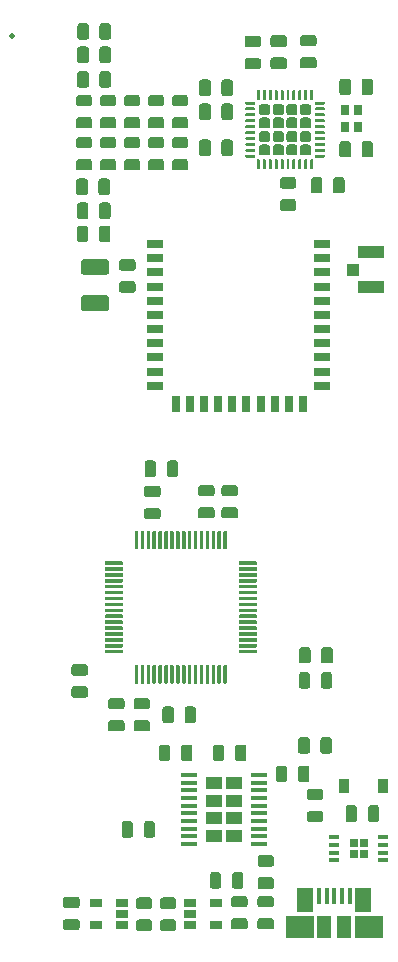
<source format=gbr>
G04 #@! TF.GenerationSoftware,KiCad,Pcbnew,(5.99.0-429-gffcf3b01f)*
G04 #@! TF.CreationDate,2019-12-13T14:25:27+01:00*
G04 #@! TF.ProjectId,smartlock,736d6172-746c-46f6-936b-2e6b69636164,rev?*
G04 #@! TF.SameCoordinates,Original*
G04 #@! TF.FileFunction,Paste,Top*
G04 #@! TF.FilePolarity,Positive*
%FSLAX46Y46*%
G04 Gerber Fmt 4.6, Leading zero omitted, Abs format (unit mm)*
G04 Created by KiCad (PCBNEW (5.99.0-429-gffcf3b01f)) date 2019-12-13 14:25:27*
%MOMM*%
%LPD*%
G04 APERTURE LIST*
%ADD10C,0.500000*%
%ADD11R,1.400000X1.075000*%
%ADD12R,1.450000X0.450000*%
%ADD13R,0.900000X1.200000*%
%ADD14R,0.800000X0.900000*%
%ADD15R,2.200000X1.050000*%
%ADD16R,1.050000X1.000000*%
%ADD17R,1.060000X0.650000*%
%ADD18R,0.660000X0.760000*%
%ADD19R,0.890000X0.420000*%
%ADD20R,1.400000X0.800000*%
%ADD21R,0.800000X1.400000*%
%ADD22R,1.175000X1.900000*%
%ADD23R,2.375000X1.900000*%
%ADD24R,1.475000X2.100000*%
%ADD25R,0.450000X1.380000*%
G04 APERTURE END LIST*
G36*
X142793729Y-59033954D02*
G01*
X142872807Y-59086793D01*
X142925646Y-59165871D01*
X142944200Y-59259150D01*
X142944200Y-60171650D01*
X142925646Y-60264929D01*
X142872807Y-60344007D01*
X142793729Y-60396846D01*
X142700450Y-60415400D01*
X142212950Y-60415400D01*
X142119671Y-60396846D01*
X142040593Y-60344007D01*
X141987754Y-60264929D01*
X141969200Y-60171650D01*
X141969200Y-59259150D01*
X141987754Y-59165871D01*
X142040593Y-59086793D01*
X142119671Y-59033954D01*
X142212950Y-59015400D01*
X142700450Y-59015400D01*
X142793729Y-59033954D01*
G37*
G36*
X140918729Y-59033954D02*
G01*
X140997807Y-59086793D01*
X141050646Y-59165871D01*
X141069200Y-59259150D01*
X141069200Y-60171650D01*
X141050646Y-60264929D01*
X140997807Y-60344007D01*
X140918729Y-60396846D01*
X140825450Y-60415400D01*
X140337950Y-60415400D01*
X140244671Y-60396846D01*
X140165593Y-60344007D01*
X140112754Y-60264929D01*
X140094200Y-60171650D01*
X140094200Y-59259150D01*
X140112754Y-59165871D01*
X140165593Y-59086793D01*
X140244671Y-59033954D01*
X140337950Y-59015400D01*
X140825450Y-59015400D01*
X140918729Y-59033954D01*
G37*
G36*
X140877529Y-76178954D02*
G01*
X140956607Y-76231793D01*
X141009446Y-76310871D01*
X141028000Y-76404150D01*
X141028000Y-77316650D01*
X141009446Y-77409929D01*
X140956607Y-77489007D01*
X140877529Y-77541846D01*
X140784250Y-77560400D01*
X140296750Y-77560400D01*
X140203471Y-77541846D01*
X140124393Y-77489007D01*
X140071554Y-77409929D01*
X140053000Y-77316650D01*
X140053000Y-76404150D01*
X140071554Y-76310871D01*
X140124393Y-76231793D01*
X140203471Y-76178954D01*
X140296750Y-76160400D01*
X140784250Y-76160400D01*
X140877529Y-76178954D01*
G37*
G36*
X142752529Y-76178954D02*
G01*
X142831607Y-76231793D01*
X142884446Y-76310871D01*
X142903000Y-76404150D01*
X142903000Y-77316650D01*
X142884446Y-77409929D01*
X142831607Y-77489007D01*
X142752529Y-77541846D01*
X142659250Y-77560400D01*
X142171750Y-77560400D01*
X142078471Y-77541846D01*
X141999393Y-77489007D01*
X141946554Y-77409929D01*
X141928000Y-77316650D01*
X141928000Y-76404150D01*
X141946554Y-76310871D01*
X141999393Y-76231793D01*
X142078471Y-76178954D01*
X142171750Y-76160400D01*
X142659250Y-76160400D01*
X142752529Y-76178954D01*
G37*
G36*
X160994618Y-65663658D02*
G01*
X161014894Y-65677206D01*
X161028442Y-65697482D01*
X161033200Y-65721400D01*
X161033200Y-65846400D01*
X161028442Y-65870318D01*
X161014894Y-65890594D01*
X160994618Y-65904142D01*
X160970700Y-65908900D01*
X160270700Y-65908900D01*
X160246782Y-65904142D01*
X160226506Y-65890594D01*
X160212958Y-65870318D01*
X160208200Y-65846400D01*
X160208200Y-65721400D01*
X160212958Y-65697482D01*
X160226506Y-65677206D01*
X160246782Y-65663658D01*
X160270700Y-65658900D01*
X160970700Y-65658900D01*
X160994618Y-65663658D01*
G37*
G36*
X160994618Y-66163658D02*
G01*
X161014894Y-66177206D01*
X161028442Y-66197482D01*
X161033200Y-66221400D01*
X161033200Y-66346400D01*
X161028442Y-66370318D01*
X161014894Y-66390594D01*
X160994618Y-66404142D01*
X160970700Y-66408900D01*
X160270700Y-66408900D01*
X160246782Y-66404142D01*
X160226506Y-66390594D01*
X160212958Y-66370318D01*
X160208200Y-66346400D01*
X160208200Y-66221400D01*
X160212958Y-66197482D01*
X160226506Y-66177206D01*
X160246782Y-66163658D01*
X160270700Y-66158900D01*
X160970700Y-66158900D01*
X160994618Y-66163658D01*
G37*
G36*
X160994618Y-66663658D02*
G01*
X161014894Y-66677206D01*
X161028442Y-66697482D01*
X161033200Y-66721400D01*
X161033200Y-66846400D01*
X161028442Y-66870318D01*
X161014894Y-66890594D01*
X160994618Y-66904142D01*
X160970700Y-66908900D01*
X160270700Y-66908900D01*
X160246782Y-66904142D01*
X160226506Y-66890594D01*
X160212958Y-66870318D01*
X160208200Y-66846400D01*
X160208200Y-66721400D01*
X160212958Y-66697482D01*
X160226506Y-66677206D01*
X160246782Y-66663658D01*
X160270700Y-66658900D01*
X160970700Y-66658900D01*
X160994618Y-66663658D01*
G37*
G36*
X160994618Y-67163658D02*
G01*
X161014894Y-67177206D01*
X161028442Y-67197482D01*
X161033200Y-67221400D01*
X161033200Y-67346400D01*
X161028442Y-67370318D01*
X161014894Y-67390594D01*
X160994618Y-67404142D01*
X160970700Y-67408900D01*
X160270700Y-67408900D01*
X160246782Y-67404142D01*
X160226506Y-67390594D01*
X160212958Y-67370318D01*
X160208200Y-67346400D01*
X160208200Y-67221400D01*
X160212958Y-67197482D01*
X160226506Y-67177206D01*
X160246782Y-67163658D01*
X160270700Y-67158900D01*
X160970700Y-67158900D01*
X160994618Y-67163658D01*
G37*
G36*
X160994618Y-67663658D02*
G01*
X161014894Y-67677206D01*
X161028442Y-67697482D01*
X161033200Y-67721400D01*
X161033200Y-67846400D01*
X161028442Y-67870318D01*
X161014894Y-67890594D01*
X160994618Y-67904142D01*
X160970700Y-67908900D01*
X160270700Y-67908900D01*
X160246782Y-67904142D01*
X160226506Y-67890594D01*
X160212958Y-67870318D01*
X160208200Y-67846400D01*
X160208200Y-67721400D01*
X160212958Y-67697482D01*
X160226506Y-67677206D01*
X160246782Y-67663658D01*
X160270700Y-67658900D01*
X160970700Y-67658900D01*
X160994618Y-67663658D01*
G37*
G36*
X160994618Y-68163658D02*
G01*
X161014894Y-68177206D01*
X161028442Y-68197482D01*
X161033200Y-68221400D01*
X161033200Y-68346400D01*
X161028442Y-68370318D01*
X161014894Y-68390594D01*
X160994618Y-68404142D01*
X160970700Y-68408900D01*
X160270700Y-68408900D01*
X160246782Y-68404142D01*
X160226506Y-68390594D01*
X160212958Y-68370318D01*
X160208200Y-68346400D01*
X160208200Y-68221400D01*
X160212958Y-68197482D01*
X160226506Y-68177206D01*
X160246782Y-68163658D01*
X160270700Y-68158900D01*
X160970700Y-68158900D01*
X160994618Y-68163658D01*
G37*
G36*
X160994618Y-68663658D02*
G01*
X161014894Y-68677206D01*
X161028442Y-68697482D01*
X161033200Y-68721400D01*
X161033200Y-68846400D01*
X161028442Y-68870318D01*
X161014894Y-68890594D01*
X160994618Y-68904142D01*
X160970700Y-68908900D01*
X160270700Y-68908900D01*
X160246782Y-68904142D01*
X160226506Y-68890594D01*
X160212958Y-68870318D01*
X160208200Y-68846400D01*
X160208200Y-68721400D01*
X160212958Y-68697482D01*
X160226506Y-68677206D01*
X160246782Y-68663658D01*
X160270700Y-68658900D01*
X160970700Y-68658900D01*
X160994618Y-68663658D01*
G37*
G36*
X160994618Y-69163658D02*
G01*
X161014894Y-69177206D01*
X161028442Y-69197482D01*
X161033200Y-69221400D01*
X161033200Y-69346400D01*
X161028442Y-69370318D01*
X161014894Y-69390594D01*
X160994618Y-69404142D01*
X160970700Y-69408900D01*
X160270700Y-69408900D01*
X160246782Y-69404142D01*
X160226506Y-69390594D01*
X160212958Y-69370318D01*
X160208200Y-69346400D01*
X160208200Y-69221400D01*
X160212958Y-69197482D01*
X160226506Y-69177206D01*
X160246782Y-69163658D01*
X160270700Y-69158900D01*
X160970700Y-69158900D01*
X160994618Y-69163658D01*
G37*
G36*
X160994618Y-69663658D02*
G01*
X161014894Y-69677206D01*
X161028442Y-69697482D01*
X161033200Y-69721400D01*
X161033200Y-69846400D01*
X161028442Y-69870318D01*
X161014894Y-69890594D01*
X160994618Y-69904142D01*
X160970700Y-69908900D01*
X160270700Y-69908900D01*
X160246782Y-69904142D01*
X160226506Y-69890594D01*
X160212958Y-69870318D01*
X160208200Y-69846400D01*
X160208200Y-69721400D01*
X160212958Y-69697482D01*
X160226506Y-69677206D01*
X160246782Y-69663658D01*
X160270700Y-69658900D01*
X160970700Y-69658900D01*
X160994618Y-69663658D01*
G37*
G36*
X160994618Y-70163658D02*
G01*
X161014894Y-70177206D01*
X161028442Y-70197482D01*
X161033200Y-70221400D01*
X161033200Y-70346400D01*
X161028442Y-70370318D01*
X161014894Y-70390594D01*
X160994618Y-70404142D01*
X160970700Y-70408900D01*
X160270700Y-70408900D01*
X160246782Y-70404142D01*
X160226506Y-70390594D01*
X160212958Y-70370318D01*
X160208200Y-70346400D01*
X160208200Y-70221400D01*
X160212958Y-70197482D01*
X160226506Y-70177206D01*
X160246782Y-70163658D01*
X160270700Y-70158900D01*
X160970700Y-70158900D01*
X160994618Y-70163658D01*
G37*
G36*
X160019618Y-70563658D02*
G01*
X160039894Y-70577206D01*
X160053442Y-70597482D01*
X160058200Y-70621400D01*
X160058200Y-71321400D01*
X160053442Y-71345318D01*
X160039894Y-71365594D01*
X160019618Y-71379142D01*
X159995700Y-71383900D01*
X159870700Y-71383900D01*
X159846782Y-71379142D01*
X159826506Y-71365594D01*
X159812958Y-71345318D01*
X159808200Y-71321400D01*
X159808200Y-70621400D01*
X159812958Y-70597482D01*
X159826506Y-70577206D01*
X159846782Y-70563658D01*
X159870700Y-70558900D01*
X159995700Y-70558900D01*
X160019618Y-70563658D01*
G37*
G36*
X159519618Y-70563658D02*
G01*
X159539894Y-70577206D01*
X159553442Y-70597482D01*
X159558200Y-70621400D01*
X159558200Y-71321400D01*
X159553442Y-71345318D01*
X159539894Y-71365594D01*
X159519618Y-71379142D01*
X159495700Y-71383900D01*
X159370700Y-71383900D01*
X159346782Y-71379142D01*
X159326506Y-71365594D01*
X159312958Y-71345318D01*
X159308200Y-71321400D01*
X159308200Y-70621400D01*
X159312958Y-70597482D01*
X159326506Y-70577206D01*
X159346782Y-70563658D01*
X159370700Y-70558900D01*
X159495700Y-70558900D01*
X159519618Y-70563658D01*
G37*
G36*
X159019618Y-70563658D02*
G01*
X159039894Y-70577206D01*
X159053442Y-70597482D01*
X159058200Y-70621400D01*
X159058200Y-71321400D01*
X159053442Y-71345318D01*
X159039894Y-71365594D01*
X159019618Y-71379142D01*
X158995700Y-71383900D01*
X158870700Y-71383900D01*
X158846782Y-71379142D01*
X158826506Y-71365594D01*
X158812958Y-71345318D01*
X158808200Y-71321400D01*
X158808200Y-70621400D01*
X158812958Y-70597482D01*
X158826506Y-70577206D01*
X158846782Y-70563658D01*
X158870700Y-70558900D01*
X158995700Y-70558900D01*
X159019618Y-70563658D01*
G37*
G36*
X158519618Y-70563658D02*
G01*
X158539894Y-70577206D01*
X158553442Y-70597482D01*
X158558200Y-70621400D01*
X158558200Y-71321400D01*
X158553442Y-71345318D01*
X158539894Y-71365594D01*
X158519618Y-71379142D01*
X158495700Y-71383900D01*
X158370700Y-71383900D01*
X158346782Y-71379142D01*
X158326506Y-71365594D01*
X158312958Y-71345318D01*
X158308200Y-71321400D01*
X158308200Y-70621400D01*
X158312958Y-70597482D01*
X158326506Y-70577206D01*
X158346782Y-70563658D01*
X158370700Y-70558900D01*
X158495700Y-70558900D01*
X158519618Y-70563658D01*
G37*
G36*
X158019618Y-70563658D02*
G01*
X158039894Y-70577206D01*
X158053442Y-70597482D01*
X158058200Y-70621400D01*
X158058200Y-71321400D01*
X158053442Y-71345318D01*
X158039894Y-71365594D01*
X158019618Y-71379142D01*
X157995700Y-71383900D01*
X157870700Y-71383900D01*
X157846782Y-71379142D01*
X157826506Y-71365594D01*
X157812958Y-71345318D01*
X157808200Y-71321400D01*
X157808200Y-70621400D01*
X157812958Y-70597482D01*
X157826506Y-70577206D01*
X157846782Y-70563658D01*
X157870700Y-70558900D01*
X157995700Y-70558900D01*
X158019618Y-70563658D01*
G37*
G36*
X157519618Y-70563658D02*
G01*
X157539894Y-70577206D01*
X157553442Y-70597482D01*
X157558200Y-70621400D01*
X157558200Y-71321400D01*
X157553442Y-71345318D01*
X157539894Y-71365594D01*
X157519618Y-71379142D01*
X157495700Y-71383900D01*
X157370700Y-71383900D01*
X157346782Y-71379142D01*
X157326506Y-71365594D01*
X157312958Y-71345318D01*
X157308200Y-71321400D01*
X157308200Y-70621400D01*
X157312958Y-70597482D01*
X157326506Y-70577206D01*
X157346782Y-70563658D01*
X157370700Y-70558900D01*
X157495700Y-70558900D01*
X157519618Y-70563658D01*
G37*
G36*
X157019618Y-70563658D02*
G01*
X157039894Y-70577206D01*
X157053442Y-70597482D01*
X157058200Y-70621400D01*
X157058200Y-71321400D01*
X157053442Y-71345318D01*
X157039894Y-71365594D01*
X157019618Y-71379142D01*
X156995700Y-71383900D01*
X156870700Y-71383900D01*
X156846782Y-71379142D01*
X156826506Y-71365594D01*
X156812958Y-71345318D01*
X156808200Y-71321400D01*
X156808200Y-70621400D01*
X156812958Y-70597482D01*
X156826506Y-70577206D01*
X156846782Y-70563658D01*
X156870700Y-70558900D01*
X156995700Y-70558900D01*
X157019618Y-70563658D01*
G37*
G36*
X156519618Y-70563658D02*
G01*
X156539894Y-70577206D01*
X156553442Y-70597482D01*
X156558200Y-70621400D01*
X156558200Y-71321400D01*
X156553442Y-71345318D01*
X156539894Y-71365594D01*
X156519618Y-71379142D01*
X156495700Y-71383900D01*
X156370700Y-71383900D01*
X156346782Y-71379142D01*
X156326506Y-71365594D01*
X156312958Y-71345318D01*
X156308200Y-71321400D01*
X156308200Y-70621400D01*
X156312958Y-70597482D01*
X156326506Y-70577206D01*
X156346782Y-70563658D01*
X156370700Y-70558900D01*
X156495700Y-70558900D01*
X156519618Y-70563658D01*
G37*
G36*
X156019618Y-70563658D02*
G01*
X156039894Y-70577206D01*
X156053442Y-70597482D01*
X156058200Y-70621400D01*
X156058200Y-71321400D01*
X156053442Y-71345318D01*
X156039894Y-71365594D01*
X156019618Y-71379142D01*
X155995700Y-71383900D01*
X155870700Y-71383900D01*
X155846782Y-71379142D01*
X155826506Y-71365594D01*
X155812958Y-71345318D01*
X155808200Y-71321400D01*
X155808200Y-70621400D01*
X155812958Y-70597482D01*
X155826506Y-70577206D01*
X155846782Y-70563658D01*
X155870700Y-70558900D01*
X155995700Y-70558900D01*
X156019618Y-70563658D01*
G37*
G36*
X155519618Y-70563658D02*
G01*
X155539894Y-70577206D01*
X155553442Y-70597482D01*
X155558200Y-70621400D01*
X155558200Y-71321400D01*
X155553442Y-71345318D01*
X155539894Y-71365594D01*
X155519618Y-71379142D01*
X155495700Y-71383900D01*
X155370700Y-71383900D01*
X155346782Y-71379142D01*
X155326506Y-71365594D01*
X155312958Y-71345318D01*
X155308200Y-71321400D01*
X155308200Y-70621400D01*
X155312958Y-70597482D01*
X155326506Y-70577206D01*
X155346782Y-70563658D01*
X155370700Y-70558900D01*
X155495700Y-70558900D01*
X155519618Y-70563658D01*
G37*
G36*
X155119618Y-70163658D02*
G01*
X155139894Y-70177206D01*
X155153442Y-70197482D01*
X155158200Y-70221400D01*
X155158200Y-70346400D01*
X155153442Y-70370318D01*
X155139894Y-70390594D01*
X155119618Y-70404142D01*
X155095700Y-70408900D01*
X154395700Y-70408900D01*
X154371782Y-70404142D01*
X154351506Y-70390594D01*
X154337958Y-70370318D01*
X154333200Y-70346400D01*
X154333200Y-70221400D01*
X154337958Y-70197482D01*
X154351506Y-70177206D01*
X154371782Y-70163658D01*
X154395700Y-70158900D01*
X155095700Y-70158900D01*
X155119618Y-70163658D01*
G37*
G36*
X155119618Y-69663658D02*
G01*
X155139894Y-69677206D01*
X155153442Y-69697482D01*
X155158200Y-69721400D01*
X155158200Y-69846400D01*
X155153442Y-69870318D01*
X155139894Y-69890594D01*
X155119618Y-69904142D01*
X155095700Y-69908900D01*
X154395700Y-69908900D01*
X154371782Y-69904142D01*
X154351506Y-69890594D01*
X154337958Y-69870318D01*
X154333200Y-69846400D01*
X154333200Y-69721400D01*
X154337958Y-69697482D01*
X154351506Y-69677206D01*
X154371782Y-69663658D01*
X154395700Y-69658900D01*
X155095700Y-69658900D01*
X155119618Y-69663658D01*
G37*
G36*
X155119618Y-69163658D02*
G01*
X155139894Y-69177206D01*
X155153442Y-69197482D01*
X155158200Y-69221400D01*
X155158200Y-69346400D01*
X155153442Y-69370318D01*
X155139894Y-69390594D01*
X155119618Y-69404142D01*
X155095700Y-69408900D01*
X154395700Y-69408900D01*
X154371782Y-69404142D01*
X154351506Y-69390594D01*
X154337958Y-69370318D01*
X154333200Y-69346400D01*
X154333200Y-69221400D01*
X154337958Y-69197482D01*
X154351506Y-69177206D01*
X154371782Y-69163658D01*
X154395700Y-69158900D01*
X155095700Y-69158900D01*
X155119618Y-69163658D01*
G37*
G36*
X155119618Y-68663658D02*
G01*
X155139894Y-68677206D01*
X155153442Y-68697482D01*
X155158200Y-68721400D01*
X155158200Y-68846400D01*
X155153442Y-68870318D01*
X155139894Y-68890594D01*
X155119618Y-68904142D01*
X155095700Y-68908900D01*
X154395700Y-68908900D01*
X154371782Y-68904142D01*
X154351506Y-68890594D01*
X154337958Y-68870318D01*
X154333200Y-68846400D01*
X154333200Y-68721400D01*
X154337958Y-68697482D01*
X154351506Y-68677206D01*
X154371782Y-68663658D01*
X154395700Y-68658900D01*
X155095700Y-68658900D01*
X155119618Y-68663658D01*
G37*
G36*
X155119618Y-68163658D02*
G01*
X155139894Y-68177206D01*
X155153442Y-68197482D01*
X155158200Y-68221400D01*
X155158200Y-68346400D01*
X155153442Y-68370318D01*
X155139894Y-68390594D01*
X155119618Y-68404142D01*
X155095700Y-68408900D01*
X154395700Y-68408900D01*
X154371782Y-68404142D01*
X154351506Y-68390594D01*
X154337958Y-68370318D01*
X154333200Y-68346400D01*
X154333200Y-68221400D01*
X154337958Y-68197482D01*
X154351506Y-68177206D01*
X154371782Y-68163658D01*
X154395700Y-68158900D01*
X155095700Y-68158900D01*
X155119618Y-68163658D01*
G37*
G36*
X155119618Y-67663658D02*
G01*
X155139894Y-67677206D01*
X155153442Y-67697482D01*
X155158200Y-67721400D01*
X155158200Y-67846400D01*
X155153442Y-67870318D01*
X155139894Y-67890594D01*
X155119618Y-67904142D01*
X155095700Y-67908900D01*
X154395700Y-67908900D01*
X154371782Y-67904142D01*
X154351506Y-67890594D01*
X154337958Y-67870318D01*
X154333200Y-67846400D01*
X154333200Y-67721400D01*
X154337958Y-67697482D01*
X154351506Y-67677206D01*
X154371782Y-67663658D01*
X154395700Y-67658900D01*
X155095700Y-67658900D01*
X155119618Y-67663658D01*
G37*
G36*
X155119618Y-67163658D02*
G01*
X155139894Y-67177206D01*
X155153442Y-67197482D01*
X155158200Y-67221400D01*
X155158200Y-67346400D01*
X155153442Y-67370318D01*
X155139894Y-67390594D01*
X155119618Y-67404142D01*
X155095700Y-67408900D01*
X154395700Y-67408900D01*
X154371782Y-67404142D01*
X154351506Y-67390594D01*
X154337958Y-67370318D01*
X154333200Y-67346400D01*
X154333200Y-67221400D01*
X154337958Y-67197482D01*
X154351506Y-67177206D01*
X154371782Y-67163658D01*
X154395700Y-67158900D01*
X155095700Y-67158900D01*
X155119618Y-67163658D01*
G37*
G36*
X155119618Y-66663658D02*
G01*
X155139894Y-66677206D01*
X155153442Y-66697482D01*
X155158200Y-66721400D01*
X155158200Y-66846400D01*
X155153442Y-66870318D01*
X155139894Y-66890594D01*
X155119618Y-66904142D01*
X155095700Y-66908900D01*
X154395700Y-66908900D01*
X154371782Y-66904142D01*
X154351506Y-66890594D01*
X154337958Y-66870318D01*
X154333200Y-66846400D01*
X154333200Y-66721400D01*
X154337958Y-66697482D01*
X154351506Y-66677206D01*
X154371782Y-66663658D01*
X154395700Y-66658900D01*
X155095700Y-66658900D01*
X155119618Y-66663658D01*
G37*
G36*
X155119618Y-66163658D02*
G01*
X155139894Y-66177206D01*
X155153442Y-66197482D01*
X155158200Y-66221400D01*
X155158200Y-66346400D01*
X155153442Y-66370318D01*
X155139894Y-66390594D01*
X155119618Y-66404142D01*
X155095700Y-66408900D01*
X154395700Y-66408900D01*
X154371782Y-66404142D01*
X154351506Y-66390594D01*
X154337958Y-66370318D01*
X154333200Y-66346400D01*
X154333200Y-66221400D01*
X154337958Y-66197482D01*
X154351506Y-66177206D01*
X154371782Y-66163658D01*
X154395700Y-66158900D01*
X155095700Y-66158900D01*
X155119618Y-66163658D01*
G37*
G36*
X155119618Y-65663658D02*
G01*
X155139894Y-65677206D01*
X155153442Y-65697482D01*
X155158200Y-65721400D01*
X155158200Y-65846400D01*
X155153442Y-65870318D01*
X155139894Y-65890594D01*
X155119618Y-65904142D01*
X155095700Y-65908900D01*
X154395700Y-65908900D01*
X154371782Y-65904142D01*
X154351506Y-65890594D01*
X154337958Y-65870318D01*
X154333200Y-65846400D01*
X154333200Y-65721400D01*
X154337958Y-65697482D01*
X154351506Y-65677206D01*
X154371782Y-65663658D01*
X154395700Y-65658900D01*
X155095700Y-65658900D01*
X155119618Y-65663658D01*
G37*
G36*
X155519618Y-64688658D02*
G01*
X155539894Y-64702206D01*
X155553442Y-64722482D01*
X155558200Y-64746400D01*
X155558200Y-65446400D01*
X155553442Y-65470318D01*
X155539894Y-65490594D01*
X155519618Y-65504142D01*
X155495700Y-65508900D01*
X155370700Y-65508900D01*
X155346782Y-65504142D01*
X155326506Y-65490594D01*
X155312958Y-65470318D01*
X155308200Y-65446400D01*
X155308200Y-64746400D01*
X155312958Y-64722482D01*
X155326506Y-64702206D01*
X155346782Y-64688658D01*
X155370700Y-64683900D01*
X155495700Y-64683900D01*
X155519618Y-64688658D01*
G37*
G36*
X156019618Y-64688658D02*
G01*
X156039894Y-64702206D01*
X156053442Y-64722482D01*
X156058200Y-64746400D01*
X156058200Y-65446400D01*
X156053442Y-65470318D01*
X156039894Y-65490594D01*
X156019618Y-65504142D01*
X155995700Y-65508900D01*
X155870700Y-65508900D01*
X155846782Y-65504142D01*
X155826506Y-65490594D01*
X155812958Y-65470318D01*
X155808200Y-65446400D01*
X155808200Y-64746400D01*
X155812958Y-64722482D01*
X155826506Y-64702206D01*
X155846782Y-64688658D01*
X155870700Y-64683900D01*
X155995700Y-64683900D01*
X156019618Y-64688658D01*
G37*
G36*
X156519618Y-64688658D02*
G01*
X156539894Y-64702206D01*
X156553442Y-64722482D01*
X156558200Y-64746400D01*
X156558200Y-65446400D01*
X156553442Y-65470318D01*
X156539894Y-65490594D01*
X156519618Y-65504142D01*
X156495700Y-65508900D01*
X156370700Y-65508900D01*
X156346782Y-65504142D01*
X156326506Y-65490594D01*
X156312958Y-65470318D01*
X156308200Y-65446400D01*
X156308200Y-64746400D01*
X156312958Y-64722482D01*
X156326506Y-64702206D01*
X156346782Y-64688658D01*
X156370700Y-64683900D01*
X156495700Y-64683900D01*
X156519618Y-64688658D01*
G37*
G36*
X157019618Y-64688658D02*
G01*
X157039894Y-64702206D01*
X157053442Y-64722482D01*
X157058200Y-64746400D01*
X157058200Y-65446400D01*
X157053442Y-65470318D01*
X157039894Y-65490594D01*
X157019618Y-65504142D01*
X156995700Y-65508900D01*
X156870700Y-65508900D01*
X156846782Y-65504142D01*
X156826506Y-65490594D01*
X156812958Y-65470318D01*
X156808200Y-65446400D01*
X156808200Y-64746400D01*
X156812958Y-64722482D01*
X156826506Y-64702206D01*
X156846782Y-64688658D01*
X156870700Y-64683900D01*
X156995700Y-64683900D01*
X157019618Y-64688658D01*
G37*
G36*
X157519618Y-64688658D02*
G01*
X157539894Y-64702206D01*
X157553442Y-64722482D01*
X157558200Y-64746400D01*
X157558200Y-65446400D01*
X157553442Y-65470318D01*
X157539894Y-65490594D01*
X157519618Y-65504142D01*
X157495700Y-65508900D01*
X157370700Y-65508900D01*
X157346782Y-65504142D01*
X157326506Y-65490594D01*
X157312958Y-65470318D01*
X157308200Y-65446400D01*
X157308200Y-64746400D01*
X157312958Y-64722482D01*
X157326506Y-64702206D01*
X157346782Y-64688658D01*
X157370700Y-64683900D01*
X157495700Y-64683900D01*
X157519618Y-64688658D01*
G37*
G36*
X158019618Y-64688658D02*
G01*
X158039894Y-64702206D01*
X158053442Y-64722482D01*
X158058200Y-64746400D01*
X158058200Y-65446400D01*
X158053442Y-65470318D01*
X158039894Y-65490594D01*
X158019618Y-65504142D01*
X157995700Y-65508900D01*
X157870700Y-65508900D01*
X157846782Y-65504142D01*
X157826506Y-65490594D01*
X157812958Y-65470318D01*
X157808200Y-65446400D01*
X157808200Y-64746400D01*
X157812958Y-64722482D01*
X157826506Y-64702206D01*
X157846782Y-64688658D01*
X157870700Y-64683900D01*
X157995700Y-64683900D01*
X158019618Y-64688658D01*
G37*
G36*
X158519618Y-64688658D02*
G01*
X158539894Y-64702206D01*
X158553442Y-64722482D01*
X158558200Y-64746400D01*
X158558200Y-65446400D01*
X158553442Y-65470318D01*
X158539894Y-65490594D01*
X158519618Y-65504142D01*
X158495700Y-65508900D01*
X158370700Y-65508900D01*
X158346782Y-65504142D01*
X158326506Y-65490594D01*
X158312958Y-65470318D01*
X158308200Y-65446400D01*
X158308200Y-64746400D01*
X158312958Y-64722482D01*
X158326506Y-64702206D01*
X158346782Y-64688658D01*
X158370700Y-64683900D01*
X158495700Y-64683900D01*
X158519618Y-64688658D01*
G37*
G36*
X159019618Y-64688658D02*
G01*
X159039894Y-64702206D01*
X159053442Y-64722482D01*
X159058200Y-64746400D01*
X159058200Y-65446400D01*
X159053442Y-65470318D01*
X159039894Y-65490594D01*
X159019618Y-65504142D01*
X158995700Y-65508900D01*
X158870700Y-65508900D01*
X158846782Y-65504142D01*
X158826506Y-65490594D01*
X158812958Y-65470318D01*
X158808200Y-65446400D01*
X158808200Y-64746400D01*
X158812958Y-64722482D01*
X158826506Y-64702206D01*
X158846782Y-64688658D01*
X158870700Y-64683900D01*
X158995700Y-64683900D01*
X159019618Y-64688658D01*
G37*
G36*
X159519618Y-64688658D02*
G01*
X159539894Y-64702206D01*
X159553442Y-64722482D01*
X159558200Y-64746400D01*
X159558200Y-65446400D01*
X159553442Y-65470318D01*
X159539894Y-65490594D01*
X159519618Y-65504142D01*
X159495700Y-65508900D01*
X159370700Y-65508900D01*
X159346782Y-65504142D01*
X159326506Y-65490594D01*
X159312958Y-65470318D01*
X159308200Y-65446400D01*
X159308200Y-64746400D01*
X159312958Y-64722482D01*
X159326506Y-64702206D01*
X159346782Y-64688658D01*
X159370700Y-64683900D01*
X159495700Y-64683900D01*
X159519618Y-64688658D01*
G37*
G36*
X160019618Y-64688658D02*
G01*
X160039894Y-64702206D01*
X160053442Y-64722482D01*
X160058200Y-64746400D01*
X160058200Y-65446400D01*
X160053442Y-65470318D01*
X160039894Y-65490594D01*
X160019618Y-65504142D01*
X159995700Y-65508900D01*
X159870700Y-65508900D01*
X159846782Y-65504142D01*
X159826506Y-65490594D01*
X159812958Y-65470318D01*
X159808200Y-65446400D01*
X159808200Y-64746400D01*
X159812958Y-64722482D01*
X159826506Y-64702206D01*
X159846782Y-64688658D01*
X159870700Y-64683900D01*
X159995700Y-64683900D01*
X160019618Y-64688658D01*
G37*
G36*
X156279674Y-69311598D02*
G01*
X156355102Y-69361998D01*
X156405502Y-69437426D01*
X156423200Y-69526400D01*
X156423200Y-69991400D01*
X156405502Y-70080374D01*
X156355102Y-70155802D01*
X156279674Y-70206202D01*
X156190700Y-70223900D01*
X155725700Y-70223900D01*
X155636726Y-70206202D01*
X155561298Y-70155802D01*
X155510898Y-70080374D01*
X155493200Y-69991400D01*
X155493200Y-69526400D01*
X155510898Y-69437426D01*
X155561298Y-69361998D01*
X155636726Y-69311598D01*
X155725700Y-69293900D01*
X156190700Y-69293900D01*
X156279674Y-69311598D01*
G37*
G36*
X157429674Y-69311598D02*
G01*
X157505102Y-69361998D01*
X157555502Y-69437426D01*
X157573200Y-69526400D01*
X157573200Y-69991400D01*
X157555502Y-70080374D01*
X157505102Y-70155802D01*
X157429674Y-70206202D01*
X157340700Y-70223900D01*
X156875700Y-70223900D01*
X156786726Y-70206202D01*
X156711298Y-70155802D01*
X156660898Y-70080374D01*
X156643200Y-69991400D01*
X156643200Y-69526400D01*
X156660898Y-69437426D01*
X156711298Y-69361998D01*
X156786726Y-69311598D01*
X156875700Y-69293900D01*
X157340700Y-69293900D01*
X157429674Y-69311598D01*
G37*
G36*
X158579674Y-69311598D02*
G01*
X158655102Y-69361998D01*
X158705502Y-69437426D01*
X158723200Y-69526400D01*
X158723200Y-69991400D01*
X158705502Y-70080374D01*
X158655102Y-70155802D01*
X158579674Y-70206202D01*
X158490700Y-70223900D01*
X158025700Y-70223900D01*
X157936726Y-70206202D01*
X157861298Y-70155802D01*
X157810898Y-70080374D01*
X157793200Y-69991400D01*
X157793200Y-69526400D01*
X157810898Y-69437426D01*
X157861298Y-69361998D01*
X157936726Y-69311598D01*
X158025700Y-69293900D01*
X158490700Y-69293900D01*
X158579674Y-69311598D01*
G37*
G36*
X159729674Y-69311598D02*
G01*
X159805102Y-69361998D01*
X159855502Y-69437426D01*
X159873200Y-69526400D01*
X159873200Y-69991400D01*
X159855502Y-70080374D01*
X159805102Y-70155802D01*
X159729674Y-70206202D01*
X159640700Y-70223900D01*
X159175700Y-70223900D01*
X159086726Y-70206202D01*
X159011298Y-70155802D01*
X158960898Y-70080374D01*
X158943200Y-69991400D01*
X158943200Y-69526400D01*
X158960898Y-69437426D01*
X159011298Y-69361998D01*
X159086726Y-69311598D01*
X159175700Y-69293900D01*
X159640700Y-69293900D01*
X159729674Y-69311598D01*
G37*
G36*
X156279674Y-68161598D02*
G01*
X156355102Y-68211998D01*
X156405502Y-68287426D01*
X156423200Y-68376400D01*
X156423200Y-68841400D01*
X156405502Y-68930374D01*
X156355102Y-69005802D01*
X156279674Y-69056202D01*
X156190700Y-69073900D01*
X155725700Y-69073900D01*
X155636726Y-69056202D01*
X155561298Y-69005802D01*
X155510898Y-68930374D01*
X155493200Y-68841400D01*
X155493200Y-68376400D01*
X155510898Y-68287426D01*
X155561298Y-68211998D01*
X155636726Y-68161598D01*
X155725700Y-68143900D01*
X156190700Y-68143900D01*
X156279674Y-68161598D01*
G37*
G36*
X157429674Y-68161598D02*
G01*
X157505102Y-68211998D01*
X157555502Y-68287426D01*
X157573200Y-68376400D01*
X157573200Y-68841400D01*
X157555502Y-68930374D01*
X157505102Y-69005802D01*
X157429674Y-69056202D01*
X157340700Y-69073900D01*
X156875700Y-69073900D01*
X156786726Y-69056202D01*
X156711298Y-69005802D01*
X156660898Y-68930374D01*
X156643200Y-68841400D01*
X156643200Y-68376400D01*
X156660898Y-68287426D01*
X156711298Y-68211998D01*
X156786726Y-68161598D01*
X156875700Y-68143900D01*
X157340700Y-68143900D01*
X157429674Y-68161598D01*
G37*
G36*
X158579674Y-68161598D02*
G01*
X158655102Y-68211998D01*
X158705502Y-68287426D01*
X158723200Y-68376400D01*
X158723200Y-68841400D01*
X158705502Y-68930374D01*
X158655102Y-69005802D01*
X158579674Y-69056202D01*
X158490700Y-69073900D01*
X158025700Y-69073900D01*
X157936726Y-69056202D01*
X157861298Y-69005802D01*
X157810898Y-68930374D01*
X157793200Y-68841400D01*
X157793200Y-68376400D01*
X157810898Y-68287426D01*
X157861298Y-68211998D01*
X157936726Y-68161598D01*
X158025700Y-68143900D01*
X158490700Y-68143900D01*
X158579674Y-68161598D01*
G37*
G36*
X159729674Y-68161598D02*
G01*
X159805102Y-68211998D01*
X159855502Y-68287426D01*
X159873200Y-68376400D01*
X159873200Y-68841400D01*
X159855502Y-68930374D01*
X159805102Y-69005802D01*
X159729674Y-69056202D01*
X159640700Y-69073900D01*
X159175700Y-69073900D01*
X159086726Y-69056202D01*
X159011298Y-69005802D01*
X158960898Y-68930374D01*
X158943200Y-68841400D01*
X158943200Y-68376400D01*
X158960898Y-68287426D01*
X159011298Y-68211998D01*
X159086726Y-68161598D01*
X159175700Y-68143900D01*
X159640700Y-68143900D01*
X159729674Y-68161598D01*
G37*
G36*
X156279674Y-67011598D02*
G01*
X156355102Y-67061998D01*
X156405502Y-67137426D01*
X156423200Y-67226400D01*
X156423200Y-67691400D01*
X156405502Y-67780374D01*
X156355102Y-67855802D01*
X156279674Y-67906202D01*
X156190700Y-67923900D01*
X155725700Y-67923900D01*
X155636726Y-67906202D01*
X155561298Y-67855802D01*
X155510898Y-67780374D01*
X155493200Y-67691400D01*
X155493200Y-67226400D01*
X155510898Y-67137426D01*
X155561298Y-67061998D01*
X155636726Y-67011598D01*
X155725700Y-66993900D01*
X156190700Y-66993900D01*
X156279674Y-67011598D01*
G37*
G36*
X157429674Y-67011598D02*
G01*
X157505102Y-67061998D01*
X157555502Y-67137426D01*
X157573200Y-67226400D01*
X157573200Y-67691400D01*
X157555502Y-67780374D01*
X157505102Y-67855802D01*
X157429674Y-67906202D01*
X157340700Y-67923900D01*
X156875700Y-67923900D01*
X156786726Y-67906202D01*
X156711298Y-67855802D01*
X156660898Y-67780374D01*
X156643200Y-67691400D01*
X156643200Y-67226400D01*
X156660898Y-67137426D01*
X156711298Y-67061998D01*
X156786726Y-67011598D01*
X156875700Y-66993900D01*
X157340700Y-66993900D01*
X157429674Y-67011598D01*
G37*
G36*
X158579674Y-67011598D02*
G01*
X158655102Y-67061998D01*
X158705502Y-67137426D01*
X158723200Y-67226400D01*
X158723200Y-67691400D01*
X158705502Y-67780374D01*
X158655102Y-67855802D01*
X158579674Y-67906202D01*
X158490700Y-67923900D01*
X158025700Y-67923900D01*
X157936726Y-67906202D01*
X157861298Y-67855802D01*
X157810898Y-67780374D01*
X157793200Y-67691400D01*
X157793200Y-67226400D01*
X157810898Y-67137426D01*
X157861298Y-67061998D01*
X157936726Y-67011598D01*
X158025700Y-66993900D01*
X158490700Y-66993900D01*
X158579674Y-67011598D01*
G37*
G36*
X159729674Y-67011598D02*
G01*
X159805102Y-67061998D01*
X159855502Y-67137426D01*
X159873200Y-67226400D01*
X159873200Y-67691400D01*
X159855502Y-67780374D01*
X159805102Y-67855802D01*
X159729674Y-67906202D01*
X159640700Y-67923900D01*
X159175700Y-67923900D01*
X159086726Y-67906202D01*
X159011298Y-67855802D01*
X158960898Y-67780374D01*
X158943200Y-67691400D01*
X158943200Y-67226400D01*
X158960898Y-67137426D01*
X159011298Y-67061998D01*
X159086726Y-67011598D01*
X159175700Y-66993900D01*
X159640700Y-66993900D01*
X159729674Y-67011598D01*
G37*
G36*
X156279674Y-65861598D02*
G01*
X156355102Y-65911998D01*
X156405502Y-65987426D01*
X156423200Y-66076400D01*
X156423200Y-66541400D01*
X156405502Y-66630374D01*
X156355102Y-66705802D01*
X156279674Y-66756202D01*
X156190700Y-66773900D01*
X155725700Y-66773900D01*
X155636726Y-66756202D01*
X155561298Y-66705802D01*
X155510898Y-66630374D01*
X155493200Y-66541400D01*
X155493200Y-66076400D01*
X155510898Y-65987426D01*
X155561298Y-65911998D01*
X155636726Y-65861598D01*
X155725700Y-65843900D01*
X156190700Y-65843900D01*
X156279674Y-65861598D01*
G37*
G36*
X157429674Y-65861598D02*
G01*
X157505102Y-65911998D01*
X157555502Y-65987426D01*
X157573200Y-66076400D01*
X157573200Y-66541400D01*
X157555502Y-66630374D01*
X157505102Y-66705802D01*
X157429674Y-66756202D01*
X157340700Y-66773900D01*
X156875700Y-66773900D01*
X156786726Y-66756202D01*
X156711298Y-66705802D01*
X156660898Y-66630374D01*
X156643200Y-66541400D01*
X156643200Y-66076400D01*
X156660898Y-65987426D01*
X156711298Y-65911998D01*
X156786726Y-65861598D01*
X156875700Y-65843900D01*
X157340700Y-65843900D01*
X157429674Y-65861598D01*
G37*
G36*
X158579674Y-65861598D02*
G01*
X158655102Y-65911998D01*
X158705502Y-65987426D01*
X158723200Y-66076400D01*
X158723200Y-66541400D01*
X158705502Y-66630374D01*
X158655102Y-66705802D01*
X158579674Y-66756202D01*
X158490700Y-66773900D01*
X158025700Y-66773900D01*
X157936726Y-66756202D01*
X157861298Y-66705802D01*
X157810898Y-66630374D01*
X157793200Y-66541400D01*
X157793200Y-66076400D01*
X157810898Y-65987426D01*
X157861298Y-65911998D01*
X157936726Y-65861598D01*
X158025700Y-65843900D01*
X158490700Y-65843900D01*
X158579674Y-65861598D01*
G37*
G36*
X159729674Y-65861598D02*
G01*
X159805102Y-65911998D01*
X159855502Y-65987426D01*
X159873200Y-66076400D01*
X159873200Y-66541400D01*
X159855502Y-66630374D01*
X159805102Y-66705802D01*
X159729674Y-66756202D01*
X159640700Y-66773900D01*
X159175700Y-66773900D01*
X159086726Y-66756202D01*
X159011298Y-66705802D01*
X158960898Y-66630374D01*
X158943200Y-66541400D01*
X158943200Y-66076400D01*
X158960898Y-65987426D01*
X159011298Y-65911998D01*
X159086726Y-65861598D01*
X159175700Y-65843900D01*
X159640700Y-65843900D01*
X159729674Y-65861598D01*
G37*
D10*
X134602220Y-60111640D03*
G36*
X165510929Y-125251754D02*
G01*
X165590007Y-125304593D01*
X165642846Y-125383671D01*
X165661400Y-125476950D01*
X165661400Y-126389450D01*
X165642846Y-126482729D01*
X165590007Y-126561807D01*
X165510929Y-126614646D01*
X165417650Y-126633200D01*
X164930150Y-126633200D01*
X164836871Y-126614646D01*
X164757793Y-126561807D01*
X164704954Y-126482729D01*
X164686400Y-126389450D01*
X164686400Y-125476950D01*
X164704954Y-125383671D01*
X164757793Y-125304593D01*
X164836871Y-125251754D01*
X164930150Y-125233200D01*
X165417650Y-125233200D01*
X165510929Y-125251754D01*
G37*
G36*
X163635929Y-125251754D02*
G01*
X163715007Y-125304593D01*
X163767846Y-125383671D01*
X163786400Y-125476950D01*
X163786400Y-126389450D01*
X163767846Y-126482729D01*
X163715007Y-126561807D01*
X163635929Y-126614646D01*
X163542650Y-126633200D01*
X163055150Y-126633200D01*
X162961871Y-126614646D01*
X162882793Y-126561807D01*
X162829954Y-126482729D01*
X162811400Y-126389450D01*
X162811400Y-125476950D01*
X162829954Y-125383671D01*
X162882793Y-125304593D01*
X162961871Y-125251754D01*
X163055150Y-125233200D01*
X163542650Y-125233200D01*
X163635929Y-125251754D01*
G37*
D11*
X153365200Y-123391400D03*
X151665200Y-123391400D03*
X153365200Y-124866400D03*
X151665200Y-124866400D03*
X153365200Y-126341400D03*
X151665200Y-126341400D03*
X151665200Y-127816400D03*
X153365200Y-127816400D03*
D12*
X149565200Y-128523900D03*
X149565200Y-127873900D03*
X149565200Y-127223900D03*
X149565200Y-126573900D03*
X149565200Y-125933900D03*
X149565200Y-125273900D03*
X149565200Y-124633900D03*
X149565200Y-123983900D03*
X149565200Y-123333900D03*
X149565200Y-122683900D03*
X155465200Y-122683900D03*
X155465200Y-123333900D03*
X155465200Y-123983900D03*
X155465200Y-124633900D03*
X155465200Y-125273900D03*
X155465200Y-125933900D03*
X155465200Y-126573900D03*
X155465200Y-127223900D03*
X155465200Y-127873900D03*
X155465200Y-128523900D03*
D13*
X165937200Y-123596400D03*
X162637200Y-123596400D03*
D14*
X162784700Y-67781400D03*
X162784700Y-66381400D03*
X163884700Y-66381400D03*
X163884700Y-67781400D03*
G36*
X160201229Y-60023454D02*
G01*
X160280307Y-60076293D01*
X160333146Y-60155371D01*
X160351700Y-60248650D01*
X160351700Y-60736150D01*
X160333146Y-60829429D01*
X160280307Y-60908507D01*
X160201229Y-60961346D01*
X160107950Y-60979900D01*
X159195450Y-60979900D01*
X159102171Y-60961346D01*
X159023093Y-60908507D01*
X158970254Y-60829429D01*
X158951700Y-60736150D01*
X158951700Y-60248650D01*
X158970254Y-60155371D01*
X159023093Y-60076293D01*
X159102171Y-60023454D01*
X159195450Y-60004900D01*
X160107950Y-60004900D01*
X160201229Y-60023454D01*
G37*
G36*
X160201229Y-61898454D02*
G01*
X160280307Y-61951293D01*
X160333146Y-62030371D01*
X160351700Y-62123650D01*
X160351700Y-62611150D01*
X160333146Y-62704429D01*
X160280307Y-62783507D01*
X160201229Y-62836346D01*
X160107950Y-62854900D01*
X159195450Y-62854900D01*
X159102171Y-62836346D01*
X159023093Y-62783507D01*
X158970254Y-62704429D01*
X158951700Y-62611150D01*
X158951700Y-62123650D01*
X158970254Y-62030371D01*
X159023093Y-61951293D01*
X159102171Y-61898454D01*
X159195450Y-61879900D01*
X160107950Y-61879900D01*
X160201229Y-61898454D01*
G37*
G36*
X155502229Y-60086954D02*
G01*
X155581307Y-60139793D01*
X155634146Y-60218871D01*
X155652700Y-60312150D01*
X155652700Y-60799650D01*
X155634146Y-60892929D01*
X155581307Y-60972007D01*
X155502229Y-61024846D01*
X155408950Y-61043400D01*
X154496450Y-61043400D01*
X154403171Y-61024846D01*
X154324093Y-60972007D01*
X154271254Y-60892929D01*
X154252700Y-60799650D01*
X154252700Y-60312150D01*
X154271254Y-60218871D01*
X154324093Y-60139793D01*
X154403171Y-60086954D01*
X154496450Y-60068400D01*
X155408950Y-60068400D01*
X155502229Y-60086954D01*
G37*
G36*
X155502229Y-61961954D02*
G01*
X155581307Y-62014793D01*
X155634146Y-62093871D01*
X155652700Y-62187150D01*
X155652700Y-62674650D01*
X155634146Y-62767929D01*
X155581307Y-62847007D01*
X155502229Y-62899846D01*
X155408950Y-62918400D01*
X154496450Y-62918400D01*
X154403171Y-62899846D01*
X154324093Y-62847007D01*
X154271254Y-62767929D01*
X154252700Y-62674650D01*
X154252700Y-62187150D01*
X154271254Y-62093871D01*
X154324093Y-62014793D01*
X154403171Y-61961954D01*
X154496450Y-61943400D01*
X155408950Y-61943400D01*
X155502229Y-61961954D01*
G37*
G36*
X150004229Y-116882454D02*
G01*
X150083307Y-116935293D01*
X150136146Y-117014371D01*
X150154700Y-117107650D01*
X150154700Y-118020150D01*
X150136146Y-118113429D01*
X150083307Y-118192507D01*
X150004229Y-118245346D01*
X149910950Y-118263900D01*
X149423450Y-118263900D01*
X149330171Y-118245346D01*
X149251093Y-118192507D01*
X149198254Y-118113429D01*
X149179700Y-118020150D01*
X149179700Y-117107650D01*
X149198254Y-117014371D01*
X149251093Y-116935293D01*
X149330171Y-116882454D01*
X149423450Y-116863900D01*
X149910950Y-116863900D01*
X150004229Y-116882454D01*
G37*
G36*
X148129229Y-116882454D02*
G01*
X148208307Y-116935293D01*
X148261146Y-117014371D01*
X148279700Y-117107650D01*
X148279700Y-118020150D01*
X148261146Y-118113429D01*
X148208307Y-118192507D01*
X148129229Y-118245346D01*
X148035950Y-118263900D01*
X147548450Y-118263900D01*
X147455171Y-118245346D01*
X147376093Y-118192507D01*
X147323254Y-118113429D01*
X147304700Y-118020150D01*
X147304700Y-117107650D01*
X147323254Y-117014371D01*
X147376093Y-116935293D01*
X147455171Y-116882454D01*
X147548450Y-116863900D01*
X148035950Y-116863900D01*
X148129229Y-116882454D01*
G37*
G36*
X159622729Y-119485954D02*
G01*
X159701807Y-119538793D01*
X159754646Y-119617871D01*
X159773200Y-119711150D01*
X159773200Y-120623650D01*
X159754646Y-120716929D01*
X159701807Y-120796007D01*
X159622729Y-120848846D01*
X159529450Y-120867400D01*
X159041950Y-120867400D01*
X158948671Y-120848846D01*
X158869593Y-120796007D01*
X158816754Y-120716929D01*
X158798200Y-120623650D01*
X158798200Y-119711150D01*
X158816754Y-119617871D01*
X158869593Y-119538793D01*
X158948671Y-119485954D01*
X159041950Y-119467400D01*
X159529450Y-119467400D01*
X159622729Y-119485954D01*
G37*
G36*
X161497729Y-119485954D02*
G01*
X161576807Y-119538793D01*
X161629646Y-119617871D01*
X161648200Y-119711150D01*
X161648200Y-120623650D01*
X161629646Y-120716929D01*
X161576807Y-120796007D01*
X161497729Y-120848846D01*
X161404450Y-120867400D01*
X160916950Y-120867400D01*
X160823671Y-120848846D01*
X160744593Y-120796007D01*
X160691754Y-120716929D01*
X160673200Y-120623650D01*
X160673200Y-119711150D01*
X160691754Y-119617871D01*
X160744593Y-119538793D01*
X160823671Y-119485954D01*
X160916950Y-119467400D01*
X161404450Y-119467400D01*
X161497729Y-119485954D01*
G37*
G36*
X151240729Y-68876454D02*
G01*
X151319807Y-68929293D01*
X151372646Y-69008371D01*
X151391200Y-69101650D01*
X151391200Y-70014150D01*
X151372646Y-70107429D01*
X151319807Y-70186507D01*
X151240729Y-70239346D01*
X151147450Y-70257900D01*
X150659950Y-70257900D01*
X150566671Y-70239346D01*
X150487593Y-70186507D01*
X150434754Y-70107429D01*
X150416200Y-70014150D01*
X150416200Y-69101650D01*
X150434754Y-69008371D01*
X150487593Y-68929293D01*
X150566671Y-68876454D01*
X150659950Y-68857900D01*
X151147450Y-68857900D01*
X151240729Y-68876454D01*
G37*
G36*
X153115729Y-68876454D02*
G01*
X153194807Y-68929293D01*
X153247646Y-69008371D01*
X153266200Y-69101650D01*
X153266200Y-70014150D01*
X153247646Y-70107429D01*
X153194807Y-70186507D01*
X153115729Y-70239346D01*
X153022450Y-70257900D01*
X152534950Y-70257900D01*
X152441671Y-70239346D01*
X152362593Y-70186507D01*
X152309754Y-70107429D01*
X152291200Y-70014150D01*
X152291200Y-69101650D01*
X152309754Y-69008371D01*
X152362593Y-68929293D01*
X152441671Y-68876454D01*
X152534950Y-68857900D01*
X153022450Y-68857900D01*
X153115729Y-68876454D01*
G37*
G36*
X151240729Y-65828454D02*
G01*
X151319807Y-65881293D01*
X151372646Y-65960371D01*
X151391200Y-66053650D01*
X151391200Y-66966150D01*
X151372646Y-67059429D01*
X151319807Y-67138507D01*
X151240729Y-67191346D01*
X151147450Y-67209900D01*
X150659950Y-67209900D01*
X150566671Y-67191346D01*
X150487593Y-67138507D01*
X150434754Y-67059429D01*
X150416200Y-66966150D01*
X150416200Y-66053650D01*
X150434754Y-65960371D01*
X150487593Y-65881293D01*
X150566671Y-65828454D01*
X150659950Y-65809900D01*
X151147450Y-65809900D01*
X151240729Y-65828454D01*
G37*
G36*
X153115729Y-65828454D02*
G01*
X153194807Y-65881293D01*
X153247646Y-65960371D01*
X153266200Y-66053650D01*
X153266200Y-66966150D01*
X153247646Y-67059429D01*
X153194807Y-67138507D01*
X153115729Y-67191346D01*
X153022450Y-67209900D01*
X152534950Y-67209900D01*
X152441671Y-67191346D01*
X152362593Y-67138507D01*
X152309754Y-67059429D01*
X152291200Y-66966150D01*
X152291200Y-66053650D01*
X152309754Y-65960371D01*
X152362593Y-65881293D01*
X152441671Y-65828454D01*
X152534950Y-65809900D01*
X153022450Y-65809900D01*
X153115729Y-65828454D01*
G37*
G36*
X142625671Y-82072430D02*
G01*
X142706777Y-82126623D01*
X142760970Y-82207729D01*
X142780000Y-82303399D01*
X142780000Y-83128401D01*
X142760970Y-83224071D01*
X142706777Y-83305177D01*
X142625671Y-83359370D01*
X142530001Y-83378400D01*
X140679999Y-83378400D01*
X140584329Y-83359370D01*
X140503223Y-83305177D01*
X140449030Y-83224071D01*
X140430000Y-83128401D01*
X140430000Y-82303399D01*
X140449030Y-82207729D01*
X140503223Y-82126623D01*
X140584329Y-82072430D01*
X140679999Y-82053400D01*
X142530001Y-82053400D01*
X142625671Y-82072430D01*
G37*
G36*
X142625671Y-78997430D02*
G01*
X142706777Y-79051623D01*
X142760970Y-79132729D01*
X142780000Y-79228399D01*
X142780000Y-80053401D01*
X142760970Y-80149071D01*
X142706777Y-80230177D01*
X142625671Y-80284370D01*
X142530001Y-80303400D01*
X140679999Y-80303400D01*
X140584329Y-80284370D01*
X140503223Y-80230177D01*
X140449030Y-80149071D01*
X140430000Y-80053401D01*
X140430000Y-79228399D01*
X140449030Y-79132729D01*
X140503223Y-79051623D01*
X140584329Y-78997430D01*
X140679999Y-78978400D01*
X142530001Y-78978400D01*
X142625671Y-78997430D01*
G37*
D15*
X164990800Y-78408000D03*
D16*
X163465800Y-79883000D03*
D15*
X164990800Y-81358000D03*
G36*
X158486729Y-73948454D02*
G01*
X158565807Y-74001293D01*
X158618646Y-74080371D01*
X158637200Y-74173650D01*
X158637200Y-74661150D01*
X158618646Y-74754429D01*
X158565807Y-74833507D01*
X158486729Y-74886346D01*
X158393450Y-74904900D01*
X157480950Y-74904900D01*
X157387671Y-74886346D01*
X157308593Y-74833507D01*
X157255754Y-74754429D01*
X157237200Y-74661150D01*
X157237200Y-74173650D01*
X157255754Y-74080371D01*
X157308593Y-74001293D01*
X157387671Y-73948454D01*
X157480950Y-73929900D01*
X158393450Y-73929900D01*
X158486729Y-73948454D01*
G37*
G36*
X158486729Y-72073454D02*
G01*
X158565807Y-72126293D01*
X158618646Y-72205371D01*
X158637200Y-72298650D01*
X158637200Y-72786150D01*
X158618646Y-72879429D01*
X158565807Y-72958507D01*
X158486729Y-73011346D01*
X158393450Y-73029900D01*
X157480950Y-73029900D01*
X157387671Y-73011346D01*
X157308593Y-72958507D01*
X157255754Y-72879429D01*
X157237200Y-72786150D01*
X157237200Y-72298650D01*
X157255754Y-72205371D01*
X157308593Y-72126293D01*
X157387671Y-72073454D01*
X157480950Y-72054900D01*
X158393450Y-72054900D01*
X158486729Y-72073454D01*
G37*
G36*
X153533729Y-98123454D02*
G01*
X153612807Y-98176293D01*
X153665646Y-98255371D01*
X153684200Y-98348650D01*
X153684200Y-98836150D01*
X153665646Y-98929429D01*
X153612807Y-99008507D01*
X153533729Y-99061346D01*
X153440450Y-99079900D01*
X152527950Y-99079900D01*
X152434671Y-99061346D01*
X152355593Y-99008507D01*
X152302754Y-98929429D01*
X152284200Y-98836150D01*
X152284200Y-98348650D01*
X152302754Y-98255371D01*
X152355593Y-98176293D01*
X152434671Y-98123454D01*
X152527950Y-98104900D01*
X153440450Y-98104900D01*
X153533729Y-98123454D01*
G37*
G36*
X153533729Y-99998454D02*
G01*
X153612807Y-100051293D01*
X153665646Y-100130371D01*
X153684200Y-100223650D01*
X153684200Y-100711150D01*
X153665646Y-100804429D01*
X153612807Y-100883507D01*
X153533729Y-100936346D01*
X153440450Y-100954900D01*
X152527950Y-100954900D01*
X152434671Y-100936346D01*
X152355593Y-100883507D01*
X152302754Y-100804429D01*
X152284200Y-100711150D01*
X152284200Y-100223650D01*
X152302754Y-100130371D01*
X152355593Y-100051293D01*
X152434671Y-99998454D01*
X152527950Y-99979900D01*
X153440450Y-99979900D01*
X153533729Y-99998454D01*
G37*
D17*
X141660700Y-135404900D03*
X141660700Y-133504900D03*
X143860700Y-133504900D03*
X143860700Y-134454900D03*
X143860700Y-135404900D03*
D18*
X164326200Y-128460400D03*
X163486200Y-128460400D03*
X163486200Y-129400400D03*
X164326200Y-129400400D03*
D19*
X166011200Y-127955400D03*
X166011200Y-128605400D03*
X166011200Y-129255400D03*
X166011200Y-129905400D03*
X161801200Y-129905400D03*
X161801200Y-129255400D03*
X161801200Y-128605400D03*
X161801200Y-127955400D03*
D17*
X151861700Y-133504900D03*
X151861700Y-135404900D03*
X149661700Y-135404900D03*
X149661700Y-134454900D03*
X149661700Y-133504900D03*
G36*
X155260401Y-104589109D02*
G01*
X155284733Y-104605367D01*
X155300991Y-104629699D01*
X155306700Y-104658400D01*
X155306700Y-104808400D01*
X155300991Y-104837101D01*
X155284733Y-104861433D01*
X155260401Y-104877691D01*
X155231700Y-104883400D01*
X153831700Y-104883400D01*
X153802999Y-104877691D01*
X153778667Y-104861433D01*
X153762409Y-104837101D01*
X153756700Y-104808400D01*
X153756700Y-104658400D01*
X153762409Y-104629699D01*
X153778667Y-104605367D01*
X153802999Y-104589109D01*
X153831700Y-104583400D01*
X155231700Y-104583400D01*
X155260401Y-104589109D01*
G37*
G36*
X155260401Y-105089109D02*
G01*
X155284733Y-105105367D01*
X155300991Y-105129699D01*
X155306700Y-105158400D01*
X155306700Y-105308400D01*
X155300991Y-105337101D01*
X155284733Y-105361433D01*
X155260401Y-105377691D01*
X155231700Y-105383400D01*
X153831700Y-105383400D01*
X153802999Y-105377691D01*
X153778667Y-105361433D01*
X153762409Y-105337101D01*
X153756700Y-105308400D01*
X153756700Y-105158400D01*
X153762409Y-105129699D01*
X153778667Y-105105367D01*
X153802999Y-105089109D01*
X153831700Y-105083400D01*
X155231700Y-105083400D01*
X155260401Y-105089109D01*
G37*
G36*
X155260401Y-105589109D02*
G01*
X155284733Y-105605367D01*
X155300991Y-105629699D01*
X155306700Y-105658400D01*
X155306700Y-105808400D01*
X155300991Y-105837101D01*
X155284733Y-105861433D01*
X155260401Y-105877691D01*
X155231700Y-105883400D01*
X153831700Y-105883400D01*
X153802999Y-105877691D01*
X153778667Y-105861433D01*
X153762409Y-105837101D01*
X153756700Y-105808400D01*
X153756700Y-105658400D01*
X153762409Y-105629699D01*
X153778667Y-105605367D01*
X153802999Y-105589109D01*
X153831700Y-105583400D01*
X155231700Y-105583400D01*
X155260401Y-105589109D01*
G37*
G36*
X155260401Y-106089109D02*
G01*
X155284733Y-106105367D01*
X155300991Y-106129699D01*
X155306700Y-106158400D01*
X155306700Y-106308400D01*
X155300991Y-106337101D01*
X155284733Y-106361433D01*
X155260401Y-106377691D01*
X155231700Y-106383400D01*
X153831700Y-106383400D01*
X153802999Y-106377691D01*
X153778667Y-106361433D01*
X153762409Y-106337101D01*
X153756700Y-106308400D01*
X153756700Y-106158400D01*
X153762409Y-106129699D01*
X153778667Y-106105367D01*
X153802999Y-106089109D01*
X153831700Y-106083400D01*
X155231700Y-106083400D01*
X155260401Y-106089109D01*
G37*
G36*
X155260401Y-106589109D02*
G01*
X155284733Y-106605367D01*
X155300991Y-106629699D01*
X155306700Y-106658400D01*
X155306700Y-106808400D01*
X155300991Y-106837101D01*
X155284733Y-106861433D01*
X155260401Y-106877691D01*
X155231700Y-106883400D01*
X153831700Y-106883400D01*
X153802999Y-106877691D01*
X153778667Y-106861433D01*
X153762409Y-106837101D01*
X153756700Y-106808400D01*
X153756700Y-106658400D01*
X153762409Y-106629699D01*
X153778667Y-106605367D01*
X153802999Y-106589109D01*
X153831700Y-106583400D01*
X155231700Y-106583400D01*
X155260401Y-106589109D01*
G37*
G36*
X155260401Y-107089109D02*
G01*
X155284733Y-107105367D01*
X155300991Y-107129699D01*
X155306700Y-107158400D01*
X155306700Y-107308400D01*
X155300991Y-107337101D01*
X155284733Y-107361433D01*
X155260401Y-107377691D01*
X155231700Y-107383400D01*
X153831700Y-107383400D01*
X153802999Y-107377691D01*
X153778667Y-107361433D01*
X153762409Y-107337101D01*
X153756700Y-107308400D01*
X153756700Y-107158400D01*
X153762409Y-107129699D01*
X153778667Y-107105367D01*
X153802999Y-107089109D01*
X153831700Y-107083400D01*
X155231700Y-107083400D01*
X155260401Y-107089109D01*
G37*
G36*
X155260401Y-107589109D02*
G01*
X155284733Y-107605367D01*
X155300991Y-107629699D01*
X155306700Y-107658400D01*
X155306700Y-107808400D01*
X155300991Y-107837101D01*
X155284733Y-107861433D01*
X155260401Y-107877691D01*
X155231700Y-107883400D01*
X153831700Y-107883400D01*
X153802999Y-107877691D01*
X153778667Y-107861433D01*
X153762409Y-107837101D01*
X153756700Y-107808400D01*
X153756700Y-107658400D01*
X153762409Y-107629699D01*
X153778667Y-107605367D01*
X153802999Y-107589109D01*
X153831700Y-107583400D01*
X155231700Y-107583400D01*
X155260401Y-107589109D01*
G37*
G36*
X155260401Y-108089109D02*
G01*
X155284733Y-108105367D01*
X155300991Y-108129699D01*
X155306700Y-108158400D01*
X155306700Y-108308400D01*
X155300991Y-108337101D01*
X155284733Y-108361433D01*
X155260401Y-108377691D01*
X155231700Y-108383400D01*
X153831700Y-108383400D01*
X153802999Y-108377691D01*
X153778667Y-108361433D01*
X153762409Y-108337101D01*
X153756700Y-108308400D01*
X153756700Y-108158400D01*
X153762409Y-108129699D01*
X153778667Y-108105367D01*
X153802999Y-108089109D01*
X153831700Y-108083400D01*
X155231700Y-108083400D01*
X155260401Y-108089109D01*
G37*
G36*
X155260401Y-108589109D02*
G01*
X155284733Y-108605367D01*
X155300991Y-108629699D01*
X155306700Y-108658400D01*
X155306700Y-108808400D01*
X155300991Y-108837101D01*
X155284733Y-108861433D01*
X155260401Y-108877691D01*
X155231700Y-108883400D01*
X153831700Y-108883400D01*
X153802999Y-108877691D01*
X153778667Y-108861433D01*
X153762409Y-108837101D01*
X153756700Y-108808400D01*
X153756700Y-108658400D01*
X153762409Y-108629699D01*
X153778667Y-108605367D01*
X153802999Y-108589109D01*
X153831700Y-108583400D01*
X155231700Y-108583400D01*
X155260401Y-108589109D01*
G37*
G36*
X155260401Y-109089109D02*
G01*
X155284733Y-109105367D01*
X155300991Y-109129699D01*
X155306700Y-109158400D01*
X155306700Y-109308400D01*
X155300991Y-109337101D01*
X155284733Y-109361433D01*
X155260401Y-109377691D01*
X155231700Y-109383400D01*
X153831700Y-109383400D01*
X153802999Y-109377691D01*
X153778667Y-109361433D01*
X153762409Y-109337101D01*
X153756700Y-109308400D01*
X153756700Y-109158400D01*
X153762409Y-109129699D01*
X153778667Y-109105367D01*
X153802999Y-109089109D01*
X153831700Y-109083400D01*
X155231700Y-109083400D01*
X155260401Y-109089109D01*
G37*
G36*
X155260401Y-109589109D02*
G01*
X155284733Y-109605367D01*
X155300991Y-109629699D01*
X155306700Y-109658400D01*
X155306700Y-109808400D01*
X155300991Y-109837101D01*
X155284733Y-109861433D01*
X155260401Y-109877691D01*
X155231700Y-109883400D01*
X153831700Y-109883400D01*
X153802999Y-109877691D01*
X153778667Y-109861433D01*
X153762409Y-109837101D01*
X153756700Y-109808400D01*
X153756700Y-109658400D01*
X153762409Y-109629699D01*
X153778667Y-109605367D01*
X153802999Y-109589109D01*
X153831700Y-109583400D01*
X155231700Y-109583400D01*
X155260401Y-109589109D01*
G37*
G36*
X155260401Y-110089109D02*
G01*
X155284733Y-110105367D01*
X155300991Y-110129699D01*
X155306700Y-110158400D01*
X155306700Y-110308400D01*
X155300991Y-110337101D01*
X155284733Y-110361433D01*
X155260401Y-110377691D01*
X155231700Y-110383400D01*
X153831700Y-110383400D01*
X153802999Y-110377691D01*
X153778667Y-110361433D01*
X153762409Y-110337101D01*
X153756700Y-110308400D01*
X153756700Y-110158400D01*
X153762409Y-110129699D01*
X153778667Y-110105367D01*
X153802999Y-110089109D01*
X153831700Y-110083400D01*
X155231700Y-110083400D01*
X155260401Y-110089109D01*
G37*
G36*
X155260401Y-110589109D02*
G01*
X155284733Y-110605367D01*
X155300991Y-110629699D01*
X155306700Y-110658400D01*
X155306700Y-110808400D01*
X155300991Y-110837101D01*
X155284733Y-110861433D01*
X155260401Y-110877691D01*
X155231700Y-110883400D01*
X153831700Y-110883400D01*
X153802999Y-110877691D01*
X153778667Y-110861433D01*
X153762409Y-110837101D01*
X153756700Y-110808400D01*
X153756700Y-110658400D01*
X153762409Y-110629699D01*
X153778667Y-110605367D01*
X153802999Y-110589109D01*
X153831700Y-110583400D01*
X155231700Y-110583400D01*
X155260401Y-110589109D01*
G37*
G36*
X155260401Y-111089109D02*
G01*
X155284733Y-111105367D01*
X155300991Y-111129699D01*
X155306700Y-111158400D01*
X155306700Y-111308400D01*
X155300991Y-111337101D01*
X155284733Y-111361433D01*
X155260401Y-111377691D01*
X155231700Y-111383400D01*
X153831700Y-111383400D01*
X153802999Y-111377691D01*
X153778667Y-111361433D01*
X153762409Y-111337101D01*
X153756700Y-111308400D01*
X153756700Y-111158400D01*
X153762409Y-111129699D01*
X153778667Y-111105367D01*
X153802999Y-111089109D01*
X153831700Y-111083400D01*
X155231700Y-111083400D01*
X155260401Y-111089109D01*
G37*
G36*
X155260401Y-111589109D02*
G01*
X155284733Y-111605367D01*
X155300991Y-111629699D01*
X155306700Y-111658400D01*
X155306700Y-111808400D01*
X155300991Y-111837101D01*
X155284733Y-111861433D01*
X155260401Y-111877691D01*
X155231700Y-111883400D01*
X153831700Y-111883400D01*
X153802999Y-111877691D01*
X153778667Y-111861433D01*
X153762409Y-111837101D01*
X153756700Y-111808400D01*
X153756700Y-111658400D01*
X153762409Y-111629699D01*
X153778667Y-111605367D01*
X153802999Y-111589109D01*
X153831700Y-111583400D01*
X155231700Y-111583400D01*
X155260401Y-111589109D01*
G37*
G36*
X155260401Y-112089109D02*
G01*
X155284733Y-112105367D01*
X155300991Y-112129699D01*
X155306700Y-112158400D01*
X155306700Y-112308400D01*
X155300991Y-112337101D01*
X155284733Y-112361433D01*
X155260401Y-112377691D01*
X155231700Y-112383400D01*
X153831700Y-112383400D01*
X153802999Y-112377691D01*
X153778667Y-112361433D01*
X153762409Y-112337101D01*
X153756700Y-112308400D01*
X153756700Y-112158400D01*
X153762409Y-112129699D01*
X153778667Y-112105367D01*
X153802999Y-112089109D01*
X153831700Y-112083400D01*
X155231700Y-112083400D01*
X155260401Y-112089109D01*
G37*
G36*
X152710401Y-113389109D02*
G01*
X152734733Y-113405367D01*
X152750991Y-113429699D01*
X152756700Y-113458400D01*
X152756700Y-114858400D01*
X152750991Y-114887101D01*
X152734733Y-114911433D01*
X152710401Y-114927691D01*
X152681700Y-114933400D01*
X152531700Y-114933400D01*
X152502999Y-114927691D01*
X152478667Y-114911433D01*
X152462409Y-114887101D01*
X152456700Y-114858400D01*
X152456700Y-113458400D01*
X152462409Y-113429699D01*
X152478667Y-113405367D01*
X152502999Y-113389109D01*
X152531700Y-113383400D01*
X152681700Y-113383400D01*
X152710401Y-113389109D01*
G37*
G36*
X152210401Y-113389109D02*
G01*
X152234733Y-113405367D01*
X152250991Y-113429699D01*
X152256700Y-113458400D01*
X152256700Y-114858400D01*
X152250991Y-114887101D01*
X152234733Y-114911433D01*
X152210401Y-114927691D01*
X152181700Y-114933400D01*
X152031700Y-114933400D01*
X152002999Y-114927691D01*
X151978667Y-114911433D01*
X151962409Y-114887101D01*
X151956700Y-114858400D01*
X151956700Y-113458400D01*
X151962409Y-113429699D01*
X151978667Y-113405367D01*
X152002999Y-113389109D01*
X152031700Y-113383400D01*
X152181700Y-113383400D01*
X152210401Y-113389109D01*
G37*
G36*
X151710401Y-113389109D02*
G01*
X151734733Y-113405367D01*
X151750991Y-113429699D01*
X151756700Y-113458400D01*
X151756700Y-114858400D01*
X151750991Y-114887101D01*
X151734733Y-114911433D01*
X151710401Y-114927691D01*
X151681700Y-114933400D01*
X151531700Y-114933400D01*
X151502999Y-114927691D01*
X151478667Y-114911433D01*
X151462409Y-114887101D01*
X151456700Y-114858400D01*
X151456700Y-113458400D01*
X151462409Y-113429699D01*
X151478667Y-113405367D01*
X151502999Y-113389109D01*
X151531700Y-113383400D01*
X151681700Y-113383400D01*
X151710401Y-113389109D01*
G37*
G36*
X151210401Y-113389109D02*
G01*
X151234733Y-113405367D01*
X151250991Y-113429699D01*
X151256700Y-113458400D01*
X151256700Y-114858400D01*
X151250991Y-114887101D01*
X151234733Y-114911433D01*
X151210401Y-114927691D01*
X151181700Y-114933400D01*
X151031700Y-114933400D01*
X151002999Y-114927691D01*
X150978667Y-114911433D01*
X150962409Y-114887101D01*
X150956700Y-114858400D01*
X150956700Y-113458400D01*
X150962409Y-113429699D01*
X150978667Y-113405367D01*
X151002999Y-113389109D01*
X151031700Y-113383400D01*
X151181700Y-113383400D01*
X151210401Y-113389109D01*
G37*
G36*
X150710401Y-113389109D02*
G01*
X150734733Y-113405367D01*
X150750991Y-113429699D01*
X150756700Y-113458400D01*
X150756700Y-114858400D01*
X150750991Y-114887101D01*
X150734733Y-114911433D01*
X150710401Y-114927691D01*
X150681700Y-114933400D01*
X150531700Y-114933400D01*
X150502999Y-114927691D01*
X150478667Y-114911433D01*
X150462409Y-114887101D01*
X150456700Y-114858400D01*
X150456700Y-113458400D01*
X150462409Y-113429699D01*
X150478667Y-113405367D01*
X150502999Y-113389109D01*
X150531700Y-113383400D01*
X150681700Y-113383400D01*
X150710401Y-113389109D01*
G37*
G36*
X150210401Y-113389109D02*
G01*
X150234733Y-113405367D01*
X150250991Y-113429699D01*
X150256700Y-113458400D01*
X150256700Y-114858400D01*
X150250991Y-114887101D01*
X150234733Y-114911433D01*
X150210401Y-114927691D01*
X150181700Y-114933400D01*
X150031700Y-114933400D01*
X150002999Y-114927691D01*
X149978667Y-114911433D01*
X149962409Y-114887101D01*
X149956700Y-114858400D01*
X149956700Y-113458400D01*
X149962409Y-113429699D01*
X149978667Y-113405367D01*
X150002999Y-113389109D01*
X150031700Y-113383400D01*
X150181700Y-113383400D01*
X150210401Y-113389109D01*
G37*
G36*
X149710401Y-113389109D02*
G01*
X149734733Y-113405367D01*
X149750991Y-113429699D01*
X149756700Y-113458400D01*
X149756700Y-114858400D01*
X149750991Y-114887101D01*
X149734733Y-114911433D01*
X149710401Y-114927691D01*
X149681700Y-114933400D01*
X149531700Y-114933400D01*
X149502999Y-114927691D01*
X149478667Y-114911433D01*
X149462409Y-114887101D01*
X149456700Y-114858400D01*
X149456700Y-113458400D01*
X149462409Y-113429699D01*
X149478667Y-113405367D01*
X149502999Y-113389109D01*
X149531700Y-113383400D01*
X149681700Y-113383400D01*
X149710401Y-113389109D01*
G37*
G36*
X149210401Y-113389109D02*
G01*
X149234733Y-113405367D01*
X149250991Y-113429699D01*
X149256700Y-113458400D01*
X149256700Y-114858400D01*
X149250991Y-114887101D01*
X149234733Y-114911433D01*
X149210401Y-114927691D01*
X149181700Y-114933400D01*
X149031700Y-114933400D01*
X149002999Y-114927691D01*
X148978667Y-114911433D01*
X148962409Y-114887101D01*
X148956700Y-114858400D01*
X148956700Y-113458400D01*
X148962409Y-113429699D01*
X148978667Y-113405367D01*
X149002999Y-113389109D01*
X149031700Y-113383400D01*
X149181700Y-113383400D01*
X149210401Y-113389109D01*
G37*
G36*
X148710401Y-113389109D02*
G01*
X148734733Y-113405367D01*
X148750991Y-113429699D01*
X148756700Y-113458400D01*
X148756700Y-114858400D01*
X148750991Y-114887101D01*
X148734733Y-114911433D01*
X148710401Y-114927691D01*
X148681700Y-114933400D01*
X148531700Y-114933400D01*
X148502999Y-114927691D01*
X148478667Y-114911433D01*
X148462409Y-114887101D01*
X148456700Y-114858400D01*
X148456700Y-113458400D01*
X148462409Y-113429699D01*
X148478667Y-113405367D01*
X148502999Y-113389109D01*
X148531700Y-113383400D01*
X148681700Y-113383400D01*
X148710401Y-113389109D01*
G37*
G36*
X148210401Y-113389109D02*
G01*
X148234733Y-113405367D01*
X148250991Y-113429699D01*
X148256700Y-113458400D01*
X148256700Y-114858400D01*
X148250991Y-114887101D01*
X148234733Y-114911433D01*
X148210401Y-114927691D01*
X148181700Y-114933400D01*
X148031700Y-114933400D01*
X148002999Y-114927691D01*
X147978667Y-114911433D01*
X147962409Y-114887101D01*
X147956700Y-114858400D01*
X147956700Y-113458400D01*
X147962409Y-113429699D01*
X147978667Y-113405367D01*
X148002999Y-113389109D01*
X148031700Y-113383400D01*
X148181700Y-113383400D01*
X148210401Y-113389109D01*
G37*
G36*
X147710401Y-113389109D02*
G01*
X147734733Y-113405367D01*
X147750991Y-113429699D01*
X147756700Y-113458400D01*
X147756700Y-114858400D01*
X147750991Y-114887101D01*
X147734733Y-114911433D01*
X147710401Y-114927691D01*
X147681700Y-114933400D01*
X147531700Y-114933400D01*
X147502999Y-114927691D01*
X147478667Y-114911433D01*
X147462409Y-114887101D01*
X147456700Y-114858400D01*
X147456700Y-113458400D01*
X147462409Y-113429699D01*
X147478667Y-113405367D01*
X147502999Y-113389109D01*
X147531700Y-113383400D01*
X147681700Y-113383400D01*
X147710401Y-113389109D01*
G37*
G36*
X147210401Y-113389109D02*
G01*
X147234733Y-113405367D01*
X147250991Y-113429699D01*
X147256700Y-113458400D01*
X147256700Y-114858400D01*
X147250991Y-114887101D01*
X147234733Y-114911433D01*
X147210401Y-114927691D01*
X147181700Y-114933400D01*
X147031700Y-114933400D01*
X147002999Y-114927691D01*
X146978667Y-114911433D01*
X146962409Y-114887101D01*
X146956700Y-114858400D01*
X146956700Y-113458400D01*
X146962409Y-113429699D01*
X146978667Y-113405367D01*
X147002999Y-113389109D01*
X147031700Y-113383400D01*
X147181700Y-113383400D01*
X147210401Y-113389109D01*
G37*
G36*
X146710401Y-113389109D02*
G01*
X146734733Y-113405367D01*
X146750991Y-113429699D01*
X146756700Y-113458400D01*
X146756700Y-114858400D01*
X146750991Y-114887101D01*
X146734733Y-114911433D01*
X146710401Y-114927691D01*
X146681700Y-114933400D01*
X146531700Y-114933400D01*
X146502999Y-114927691D01*
X146478667Y-114911433D01*
X146462409Y-114887101D01*
X146456700Y-114858400D01*
X146456700Y-113458400D01*
X146462409Y-113429699D01*
X146478667Y-113405367D01*
X146502999Y-113389109D01*
X146531700Y-113383400D01*
X146681700Y-113383400D01*
X146710401Y-113389109D01*
G37*
G36*
X146210401Y-113389109D02*
G01*
X146234733Y-113405367D01*
X146250991Y-113429699D01*
X146256700Y-113458400D01*
X146256700Y-114858400D01*
X146250991Y-114887101D01*
X146234733Y-114911433D01*
X146210401Y-114927691D01*
X146181700Y-114933400D01*
X146031700Y-114933400D01*
X146002999Y-114927691D01*
X145978667Y-114911433D01*
X145962409Y-114887101D01*
X145956700Y-114858400D01*
X145956700Y-113458400D01*
X145962409Y-113429699D01*
X145978667Y-113405367D01*
X146002999Y-113389109D01*
X146031700Y-113383400D01*
X146181700Y-113383400D01*
X146210401Y-113389109D01*
G37*
G36*
X145710401Y-113389109D02*
G01*
X145734733Y-113405367D01*
X145750991Y-113429699D01*
X145756700Y-113458400D01*
X145756700Y-114858400D01*
X145750991Y-114887101D01*
X145734733Y-114911433D01*
X145710401Y-114927691D01*
X145681700Y-114933400D01*
X145531700Y-114933400D01*
X145502999Y-114927691D01*
X145478667Y-114911433D01*
X145462409Y-114887101D01*
X145456700Y-114858400D01*
X145456700Y-113458400D01*
X145462409Y-113429699D01*
X145478667Y-113405367D01*
X145502999Y-113389109D01*
X145531700Y-113383400D01*
X145681700Y-113383400D01*
X145710401Y-113389109D01*
G37*
G36*
X145210401Y-113389109D02*
G01*
X145234733Y-113405367D01*
X145250991Y-113429699D01*
X145256700Y-113458400D01*
X145256700Y-114858400D01*
X145250991Y-114887101D01*
X145234733Y-114911433D01*
X145210401Y-114927691D01*
X145181700Y-114933400D01*
X145031700Y-114933400D01*
X145002999Y-114927691D01*
X144978667Y-114911433D01*
X144962409Y-114887101D01*
X144956700Y-114858400D01*
X144956700Y-113458400D01*
X144962409Y-113429699D01*
X144978667Y-113405367D01*
X145002999Y-113389109D01*
X145031700Y-113383400D01*
X145181700Y-113383400D01*
X145210401Y-113389109D01*
G37*
G36*
X143910401Y-112089109D02*
G01*
X143934733Y-112105367D01*
X143950991Y-112129699D01*
X143956700Y-112158400D01*
X143956700Y-112308400D01*
X143950991Y-112337101D01*
X143934733Y-112361433D01*
X143910401Y-112377691D01*
X143881700Y-112383400D01*
X142481700Y-112383400D01*
X142452999Y-112377691D01*
X142428667Y-112361433D01*
X142412409Y-112337101D01*
X142406700Y-112308400D01*
X142406700Y-112158400D01*
X142412409Y-112129699D01*
X142428667Y-112105367D01*
X142452999Y-112089109D01*
X142481700Y-112083400D01*
X143881700Y-112083400D01*
X143910401Y-112089109D01*
G37*
G36*
X143910401Y-111589109D02*
G01*
X143934733Y-111605367D01*
X143950991Y-111629699D01*
X143956700Y-111658400D01*
X143956700Y-111808400D01*
X143950991Y-111837101D01*
X143934733Y-111861433D01*
X143910401Y-111877691D01*
X143881700Y-111883400D01*
X142481700Y-111883400D01*
X142452999Y-111877691D01*
X142428667Y-111861433D01*
X142412409Y-111837101D01*
X142406700Y-111808400D01*
X142406700Y-111658400D01*
X142412409Y-111629699D01*
X142428667Y-111605367D01*
X142452999Y-111589109D01*
X142481700Y-111583400D01*
X143881700Y-111583400D01*
X143910401Y-111589109D01*
G37*
G36*
X143910401Y-111089109D02*
G01*
X143934733Y-111105367D01*
X143950991Y-111129699D01*
X143956700Y-111158400D01*
X143956700Y-111308400D01*
X143950991Y-111337101D01*
X143934733Y-111361433D01*
X143910401Y-111377691D01*
X143881700Y-111383400D01*
X142481700Y-111383400D01*
X142452999Y-111377691D01*
X142428667Y-111361433D01*
X142412409Y-111337101D01*
X142406700Y-111308400D01*
X142406700Y-111158400D01*
X142412409Y-111129699D01*
X142428667Y-111105367D01*
X142452999Y-111089109D01*
X142481700Y-111083400D01*
X143881700Y-111083400D01*
X143910401Y-111089109D01*
G37*
G36*
X143910401Y-110589109D02*
G01*
X143934733Y-110605367D01*
X143950991Y-110629699D01*
X143956700Y-110658400D01*
X143956700Y-110808400D01*
X143950991Y-110837101D01*
X143934733Y-110861433D01*
X143910401Y-110877691D01*
X143881700Y-110883400D01*
X142481700Y-110883400D01*
X142452999Y-110877691D01*
X142428667Y-110861433D01*
X142412409Y-110837101D01*
X142406700Y-110808400D01*
X142406700Y-110658400D01*
X142412409Y-110629699D01*
X142428667Y-110605367D01*
X142452999Y-110589109D01*
X142481700Y-110583400D01*
X143881700Y-110583400D01*
X143910401Y-110589109D01*
G37*
G36*
X143910401Y-110089109D02*
G01*
X143934733Y-110105367D01*
X143950991Y-110129699D01*
X143956700Y-110158400D01*
X143956700Y-110308400D01*
X143950991Y-110337101D01*
X143934733Y-110361433D01*
X143910401Y-110377691D01*
X143881700Y-110383400D01*
X142481700Y-110383400D01*
X142452999Y-110377691D01*
X142428667Y-110361433D01*
X142412409Y-110337101D01*
X142406700Y-110308400D01*
X142406700Y-110158400D01*
X142412409Y-110129699D01*
X142428667Y-110105367D01*
X142452999Y-110089109D01*
X142481700Y-110083400D01*
X143881700Y-110083400D01*
X143910401Y-110089109D01*
G37*
G36*
X143910401Y-109589109D02*
G01*
X143934733Y-109605367D01*
X143950991Y-109629699D01*
X143956700Y-109658400D01*
X143956700Y-109808400D01*
X143950991Y-109837101D01*
X143934733Y-109861433D01*
X143910401Y-109877691D01*
X143881700Y-109883400D01*
X142481700Y-109883400D01*
X142452999Y-109877691D01*
X142428667Y-109861433D01*
X142412409Y-109837101D01*
X142406700Y-109808400D01*
X142406700Y-109658400D01*
X142412409Y-109629699D01*
X142428667Y-109605367D01*
X142452999Y-109589109D01*
X142481700Y-109583400D01*
X143881700Y-109583400D01*
X143910401Y-109589109D01*
G37*
G36*
X143910401Y-109089109D02*
G01*
X143934733Y-109105367D01*
X143950991Y-109129699D01*
X143956700Y-109158400D01*
X143956700Y-109308400D01*
X143950991Y-109337101D01*
X143934733Y-109361433D01*
X143910401Y-109377691D01*
X143881700Y-109383400D01*
X142481700Y-109383400D01*
X142452999Y-109377691D01*
X142428667Y-109361433D01*
X142412409Y-109337101D01*
X142406700Y-109308400D01*
X142406700Y-109158400D01*
X142412409Y-109129699D01*
X142428667Y-109105367D01*
X142452999Y-109089109D01*
X142481700Y-109083400D01*
X143881700Y-109083400D01*
X143910401Y-109089109D01*
G37*
G36*
X143910401Y-108589109D02*
G01*
X143934733Y-108605367D01*
X143950991Y-108629699D01*
X143956700Y-108658400D01*
X143956700Y-108808400D01*
X143950991Y-108837101D01*
X143934733Y-108861433D01*
X143910401Y-108877691D01*
X143881700Y-108883400D01*
X142481700Y-108883400D01*
X142452999Y-108877691D01*
X142428667Y-108861433D01*
X142412409Y-108837101D01*
X142406700Y-108808400D01*
X142406700Y-108658400D01*
X142412409Y-108629699D01*
X142428667Y-108605367D01*
X142452999Y-108589109D01*
X142481700Y-108583400D01*
X143881700Y-108583400D01*
X143910401Y-108589109D01*
G37*
G36*
X143910401Y-108089109D02*
G01*
X143934733Y-108105367D01*
X143950991Y-108129699D01*
X143956700Y-108158400D01*
X143956700Y-108308400D01*
X143950991Y-108337101D01*
X143934733Y-108361433D01*
X143910401Y-108377691D01*
X143881700Y-108383400D01*
X142481700Y-108383400D01*
X142452999Y-108377691D01*
X142428667Y-108361433D01*
X142412409Y-108337101D01*
X142406700Y-108308400D01*
X142406700Y-108158400D01*
X142412409Y-108129699D01*
X142428667Y-108105367D01*
X142452999Y-108089109D01*
X142481700Y-108083400D01*
X143881700Y-108083400D01*
X143910401Y-108089109D01*
G37*
G36*
X143910401Y-107589109D02*
G01*
X143934733Y-107605367D01*
X143950991Y-107629699D01*
X143956700Y-107658400D01*
X143956700Y-107808400D01*
X143950991Y-107837101D01*
X143934733Y-107861433D01*
X143910401Y-107877691D01*
X143881700Y-107883400D01*
X142481700Y-107883400D01*
X142452999Y-107877691D01*
X142428667Y-107861433D01*
X142412409Y-107837101D01*
X142406700Y-107808400D01*
X142406700Y-107658400D01*
X142412409Y-107629699D01*
X142428667Y-107605367D01*
X142452999Y-107589109D01*
X142481700Y-107583400D01*
X143881700Y-107583400D01*
X143910401Y-107589109D01*
G37*
G36*
X143910401Y-107089109D02*
G01*
X143934733Y-107105367D01*
X143950991Y-107129699D01*
X143956700Y-107158400D01*
X143956700Y-107308400D01*
X143950991Y-107337101D01*
X143934733Y-107361433D01*
X143910401Y-107377691D01*
X143881700Y-107383400D01*
X142481700Y-107383400D01*
X142452999Y-107377691D01*
X142428667Y-107361433D01*
X142412409Y-107337101D01*
X142406700Y-107308400D01*
X142406700Y-107158400D01*
X142412409Y-107129699D01*
X142428667Y-107105367D01*
X142452999Y-107089109D01*
X142481700Y-107083400D01*
X143881700Y-107083400D01*
X143910401Y-107089109D01*
G37*
G36*
X143910401Y-106589109D02*
G01*
X143934733Y-106605367D01*
X143950991Y-106629699D01*
X143956700Y-106658400D01*
X143956700Y-106808400D01*
X143950991Y-106837101D01*
X143934733Y-106861433D01*
X143910401Y-106877691D01*
X143881700Y-106883400D01*
X142481700Y-106883400D01*
X142452999Y-106877691D01*
X142428667Y-106861433D01*
X142412409Y-106837101D01*
X142406700Y-106808400D01*
X142406700Y-106658400D01*
X142412409Y-106629699D01*
X142428667Y-106605367D01*
X142452999Y-106589109D01*
X142481700Y-106583400D01*
X143881700Y-106583400D01*
X143910401Y-106589109D01*
G37*
G36*
X143910401Y-106089109D02*
G01*
X143934733Y-106105367D01*
X143950991Y-106129699D01*
X143956700Y-106158400D01*
X143956700Y-106308400D01*
X143950991Y-106337101D01*
X143934733Y-106361433D01*
X143910401Y-106377691D01*
X143881700Y-106383400D01*
X142481700Y-106383400D01*
X142452999Y-106377691D01*
X142428667Y-106361433D01*
X142412409Y-106337101D01*
X142406700Y-106308400D01*
X142406700Y-106158400D01*
X142412409Y-106129699D01*
X142428667Y-106105367D01*
X142452999Y-106089109D01*
X142481700Y-106083400D01*
X143881700Y-106083400D01*
X143910401Y-106089109D01*
G37*
G36*
X143910401Y-105589109D02*
G01*
X143934733Y-105605367D01*
X143950991Y-105629699D01*
X143956700Y-105658400D01*
X143956700Y-105808400D01*
X143950991Y-105837101D01*
X143934733Y-105861433D01*
X143910401Y-105877691D01*
X143881700Y-105883400D01*
X142481700Y-105883400D01*
X142452999Y-105877691D01*
X142428667Y-105861433D01*
X142412409Y-105837101D01*
X142406700Y-105808400D01*
X142406700Y-105658400D01*
X142412409Y-105629699D01*
X142428667Y-105605367D01*
X142452999Y-105589109D01*
X142481700Y-105583400D01*
X143881700Y-105583400D01*
X143910401Y-105589109D01*
G37*
G36*
X143910401Y-105089109D02*
G01*
X143934733Y-105105367D01*
X143950991Y-105129699D01*
X143956700Y-105158400D01*
X143956700Y-105308400D01*
X143950991Y-105337101D01*
X143934733Y-105361433D01*
X143910401Y-105377691D01*
X143881700Y-105383400D01*
X142481700Y-105383400D01*
X142452999Y-105377691D01*
X142428667Y-105361433D01*
X142412409Y-105337101D01*
X142406700Y-105308400D01*
X142406700Y-105158400D01*
X142412409Y-105129699D01*
X142428667Y-105105367D01*
X142452999Y-105089109D01*
X142481700Y-105083400D01*
X143881700Y-105083400D01*
X143910401Y-105089109D01*
G37*
G36*
X143910401Y-104589109D02*
G01*
X143934733Y-104605367D01*
X143950991Y-104629699D01*
X143956700Y-104658400D01*
X143956700Y-104808400D01*
X143950991Y-104837101D01*
X143934733Y-104861433D01*
X143910401Y-104877691D01*
X143881700Y-104883400D01*
X142481700Y-104883400D01*
X142452999Y-104877691D01*
X142428667Y-104861433D01*
X142412409Y-104837101D01*
X142406700Y-104808400D01*
X142406700Y-104658400D01*
X142412409Y-104629699D01*
X142428667Y-104605367D01*
X142452999Y-104589109D01*
X142481700Y-104583400D01*
X143881700Y-104583400D01*
X143910401Y-104589109D01*
G37*
G36*
X145210401Y-102039109D02*
G01*
X145234733Y-102055367D01*
X145250991Y-102079699D01*
X145256700Y-102108400D01*
X145256700Y-103508400D01*
X145250991Y-103537101D01*
X145234733Y-103561433D01*
X145210401Y-103577691D01*
X145181700Y-103583400D01*
X145031700Y-103583400D01*
X145002999Y-103577691D01*
X144978667Y-103561433D01*
X144962409Y-103537101D01*
X144956700Y-103508400D01*
X144956700Y-102108400D01*
X144962409Y-102079699D01*
X144978667Y-102055367D01*
X145002999Y-102039109D01*
X145031700Y-102033400D01*
X145181700Y-102033400D01*
X145210401Y-102039109D01*
G37*
G36*
X145710401Y-102039109D02*
G01*
X145734733Y-102055367D01*
X145750991Y-102079699D01*
X145756700Y-102108400D01*
X145756700Y-103508400D01*
X145750991Y-103537101D01*
X145734733Y-103561433D01*
X145710401Y-103577691D01*
X145681700Y-103583400D01*
X145531700Y-103583400D01*
X145502999Y-103577691D01*
X145478667Y-103561433D01*
X145462409Y-103537101D01*
X145456700Y-103508400D01*
X145456700Y-102108400D01*
X145462409Y-102079699D01*
X145478667Y-102055367D01*
X145502999Y-102039109D01*
X145531700Y-102033400D01*
X145681700Y-102033400D01*
X145710401Y-102039109D01*
G37*
G36*
X146210401Y-102039109D02*
G01*
X146234733Y-102055367D01*
X146250991Y-102079699D01*
X146256700Y-102108400D01*
X146256700Y-103508400D01*
X146250991Y-103537101D01*
X146234733Y-103561433D01*
X146210401Y-103577691D01*
X146181700Y-103583400D01*
X146031700Y-103583400D01*
X146002999Y-103577691D01*
X145978667Y-103561433D01*
X145962409Y-103537101D01*
X145956700Y-103508400D01*
X145956700Y-102108400D01*
X145962409Y-102079699D01*
X145978667Y-102055367D01*
X146002999Y-102039109D01*
X146031700Y-102033400D01*
X146181700Y-102033400D01*
X146210401Y-102039109D01*
G37*
G36*
X146710401Y-102039109D02*
G01*
X146734733Y-102055367D01*
X146750991Y-102079699D01*
X146756700Y-102108400D01*
X146756700Y-103508400D01*
X146750991Y-103537101D01*
X146734733Y-103561433D01*
X146710401Y-103577691D01*
X146681700Y-103583400D01*
X146531700Y-103583400D01*
X146502999Y-103577691D01*
X146478667Y-103561433D01*
X146462409Y-103537101D01*
X146456700Y-103508400D01*
X146456700Y-102108400D01*
X146462409Y-102079699D01*
X146478667Y-102055367D01*
X146502999Y-102039109D01*
X146531700Y-102033400D01*
X146681700Y-102033400D01*
X146710401Y-102039109D01*
G37*
G36*
X147210401Y-102039109D02*
G01*
X147234733Y-102055367D01*
X147250991Y-102079699D01*
X147256700Y-102108400D01*
X147256700Y-103508400D01*
X147250991Y-103537101D01*
X147234733Y-103561433D01*
X147210401Y-103577691D01*
X147181700Y-103583400D01*
X147031700Y-103583400D01*
X147002999Y-103577691D01*
X146978667Y-103561433D01*
X146962409Y-103537101D01*
X146956700Y-103508400D01*
X146956700Y-102108400D01*
X146962409Y-102079699D01*
X146978667Y-102055367D01*
X147002999Y-102039109D01*
X147031700Y-102033400D01*
X147181700Y-102033400D01*
X147210401Y-102039109D01*
G37*
G36*
X147710401Y-102039109D02*
G01*
X147734733Y-102055367D01*
X147750991Y-102079699D01*
X147756700Y-102108400D01*
X147756700Y-103508400D01*
X147750991Y-103537101D01*
X147734733Y-103561433D01*
X147710401Y-103577691D01*
X147681700Y-103583400D01*
X147531700Y-103583400D01*
X147502999Y-103577691D01*
X147478667Y-103561433D01*
X147462409Y-103537101D01*
X147456700Y-103508400D01*
X147456700Y-102108400D01*
X147462409Y-102079699D01*
X147478667Y-102055367D01*
X147502999Y-102039109D01*
X147531700Y-102033400D01*
X147681700Y-102033400D01*
X147710401Y-102039109D01*
G37*
G36*
X148210401Y-102039109D02*
G01*
X148234733Y-102055367D01*
X148250991Y-102079699D01*
X148256700Y-102108400D01*
X148256700Y-103508400D01*
X148250991Y-103537101D01*
X148234733Y-103561433D01*
X148210401Y-103577691D01*
X148181700Y-103583400D01*
X148031700Y-103583400D01*
X148002999Y-103577691D01*
X147978667Y-103561433D01*
X147962409Y-103537101D01*
X147956700Y-103508400D01*
X147956700Y-102108400D01*
X147962409Y-102079699D01*
X147978667Y-102055367D01*
X148002999Y-102039109D01*
X148031700Y-102033400D01*
X148181700Y-102033400D01*
X148210401Y-102039109D01*
G37*
G36*
X148710401Y-102039109D02*
G01*
X148734733Y-102055367D01*
X148750991Y-102079699D01*
X148756700Y-102108400D01*
X148756700Y-103508400D01*
X148750991Y-103537101D01*
X148734733Y-103561433D01*
X148710401Y-103577691D01*
X148681700Y-103583400D01*
X148531700Y-103583400D01*
X148502999Y-103577691D01*
X148478667Y-103561433D01*
X148462409Y-103537101D01*
X148456700Y-103508400D01*
X148456700Y-102108400D01*
X148462409Y-102079699D01*
X148478667Y-102055367D01*
X148502999Y-102039109D01*
X148531700Y-102033400D01*
X148681700Y-102033400D01*
X148710401Y-102039109D01*
G37*
G36*
X149210401Y-102039109D02*
G01*
X149234733Y-102055367D01*
X149250991Y-102079699D01*
X149256700Y-102108400D01*
X149256700Y-103508400D01*
X149250991Y-103537101D01*
X149234733Y-103561433D01*
X149210401Y-103577691D01*
X149181700Y-103583400D01*
X149031700Y-103583400D01*
X149002999Y-103577691D01*
X148978667Y-103561433D01*
X148962409Y-103537101D01*
X148956700Y-103508400D01*
X148956700Y-102108400D01*
X148962409Y-102079699D01*
X148978667Y-102055367D01*
X149002999Y-102039109D01*
X149031700Y-102033400D01*
X149181700Y-102033400D01*
X149210401Y-102039109D01*
G37*
G36*
X149710401Y-102039109D02*
G01*
X149734733Y-102055367D01*
X149750991Y-102079699D01*
X149756700Y-102108400D01*
X149756700Y-103508400D01*
X149750991Y-103537101D01*
X149734733Y-103561433D01*
X149710401Y-103577691D01*
X149681700Y-103583400D01*
X149531700Y-103583400D01*
X149502999Y-103577691D01*
X149478667Y-103561433D01*
X149462409Y-103537101D01*
X149456700Y-103508400D01*
X149456700Y-102108400D01*
X149462409Y-102079699D01*
X149478667Y-102055367D01*
X149502999Y-102039109D01*
X149531700Y-102033400D01*
X149681700Y-102033400D01*
X149710401Y-102039109D01*
G37*
G36*
X150210401Y-102039109D02*
G01*
X150234733Y-102055367D01*
X150250991Y-102079699D01*
X150256700Y-102108400D01*
X150256700Y-103508400D01*
X150250991Y-103537101D01*
X150234733Y-103561433D01*
X150210401Y-103577691D01*
X150181700Y-103583400D01*
X150031700Y-103583400D01*
X150002999Y-103577691D01*
X149978667Y-103561433D01*
X149962409Y-103537101D01*
X149956700Y-103508400D01*
X149956700Y-102108400D01*
X149962409Y-102079699D01*
X149978667Y-102055367D01*
X150002999Y-102039109D01*
X150031700Y-102033400D01*
X150181700Y-102033400D01*
X150210401Y-102039109D01*
G37*
G36*
X150710401Y-102039109D02*
G01*
X150734733Y-102055367D01*
X150750991Y-102079699D01*
X150756700Y-102108400D01*
X150756700Y-103508400D01*
X150750991Y-103537101D01*
X150734733Y-103561433D01*
X150710401Y-103577691D01*
X150681700Y-103583400D01*
X150531700Y-103583400D01*
X150502999Y-103577691D01*
X150478667Y-103561433D01*
X150462409Y-103537101D01*
X150456700Y-103508400D01*
X150456700Y-102108400D01*
X150462409Y-102079699D01*
X150478667Y-102055367D01*
X150502999Y-102039109D01*
X150531700Y-102033400D01*
X150681700Y-102033400D01*
X150710401Y-102039109D01*
G37*
G36*
X151210401Y-102039109D02*
G01*
X151234733Y-102055367D01*
X151250991Y-102079699D01*
X151256700Y-102108400D01*
X151256700Y-103508400D01*
X151250991Y-103537101D01*
X151234733Y-103561433D01*
X151210401Y-103577691D01*
X151181700Y-103583400D01*
X151031700Y-103583400D01*
X151002999Y-103577691D01*
X150978667Y-103561433D01*
X150962409Y-103537101D01*
X150956700Y-103508400D01*
X150956700Y-102108400D01*
X150962409Y-102079699D01*
X150978667Y-102055367D01*
X151002999Y-102039109D01*
X151031700Y-102033400D01*
X151181700Y-102033400D01*
X151210401Y-102039109D01*
G37*
G36*
X151710401Y-102039109D02*
G01*
X151734733Y-102055367D01*
X151750991Y-102079699D01*
X151756700Y-102108400D01*
X151756700Y-103508400D01*
X151750991Y-103537101D01*
X151734733Y-103561433D01*
X151710401Y-103577691D01*
X151681700Y-103583400D01*
X151531700Y-103583400D01*
X151502999Y-103577691D01*
X151478667Y-103561433D01*
X151462409Y-103537101D01*
X151456700Y-103508400D01*
X151456700Y-102108400D01*
X151462409Y-102079699D01*
X151478667Y-102055367D01*
X151502999Y-102039109D01*
X151531700Y-102033400D01*
X151681700Y-102033400D01*
X151710401Y-102039109D01*
G37*
G36*
X152210401Y-102039109D02*
G01*
X152234733Y-102055367D01*
X152250991Y-102079699D01*
X152256700Y-102108400D01*
X152256700Y-103508400D01*
X152250991Y-103537101D01*
X152234733Y-103561433D01*
X152210401Y-103577691D01*
X152181700Y-103583400D01*
X152031700Y-103583400D01*
X152002999Y-103577691D01*
X151978667Y-103561433D01*
X151962409Y-103537101D01*
X151956700Y-103508400D01*
X151956700Y-102108400D01*
X151962409Y-102079699D01*
X151978667Y-102055367D01*
X152002999Y-102039109D01*
X152031700Y-102033400D01*
X152181700Y-102033400D01*
X152210401Y-102039109D01*
G37*
G36*
X152710401Y-102039109D02*
G01*
X152734733Y-102055367D01*
X152750991Y-102079699D01*
X152756700Y-102108400D01*
X152756700Y-103508400D01*
X152750991Y-103537101D01*
X152734733Y-103561433D01*
X152710401Y-103577691D01*
X152681700Y-103583400D01*
X152531700Y-103583400D01*
X152502999Y-103577691D01*
X152478667Y-103561433D01*
X152462409Y-103537101D01*
X152456700Y-103508400D01*
X152456700Y-102108400D01*
X152462409Y-102079699D01*
X152478667Y-102055367D01*
X152502999Y-102039109D01*
X152531700Y-102033400D01*
X152681700Y-102033400D01*
X152710401Y-102039109D01*
G37*
D20*
X160809700Y-77726400D03*
X160809700Y-78926400D03*
X160809700Y-80126400D03*
X160809700Y-81326400D03*
X160809700Y-82526400D03*
X160809700Y-83726400D03*
X160809700Y-84926400D03*
X160809700Y-86126400D03*
X160809700Y-87326400D03*
X160809700Y-88526400D03*
X160809700Y-89726400D03*
D21*
X159209700Y-91226400D03*
X158009700Y-91226400D03*
X156809700Y-91226400D03*
X155609700Y-91226400D03*
X154409700Y-91226400D03*
X153209700Y-91226400D03*
X152009700Y-91226400D03*
X150809700Y-91226400D03*
X149609700Y-91226400D03*
X148409700Y-91226400D03*
D20*
X146709700Y-89726400D03*
X146709700Y-88526400D03*
X146709700Y-87326400D03*
X146709700Y-86126400D03*
X146709700Y-84926400D03*
X146709700Y-83726400D03*
X146709700Y-82526400D03*
X146709700Y-81326400D03*
X146709700Y-80126400D03*
X146709700Y-78926400D03*
X146709700Y-77726400D03*
G36*
X154004729Y-130915954D02*
G01*
X154083807Y-130968793D01*
X154136646Y-131047871D01*
X154155200Y-131141150D01*
X154155200Y-132053650D01*
X154136646Y-132146929D01*
X154083807Y-132226007D01*
X154004729Y-132278846D01*
X153911450Y-132297400D01*
X153423950Y-132297400D01*
X153330671Y-132278846D01*
X153251593Y-132226007D01*
X153198754Y-132146929D01*
X153180200Y-132053650D01*
X153180200Y-131141150D01*
X153198754Y-131047871D01*
X153251593Y-130968793D01*
X153330671Y-130915954D01*
X153423950Y-130897400D01*
X153911450Y-130897400D01*
X154004729Y-130915954D01*
G37*
G36*
X152129729Y-130915954D02*
G01*
X152208807Y-130968793D01*
X152261646Y-131047871D01*
X152280200Y-131141150D01*
X152280200Y-132053650D01*
X152261646Y-132146929D01*
X152208807Y-132226007D01*
X152129729Y-132278846D01*
X152036450Y-132297400D01*
X151548950Y-132297400D01*
X151455671Y-132278846D01*
X151376593Y-132226007D01*
X151323754Y-132146929D01*
X151305200Y-132053650D01*
X151305200Y-131141150D01*
X151323754Y-131047871D01*
X151376593Y-130968793D01*
X151455671Y-130915954D01*
X151548950Y-130897400D01*
X152036450Y-130897400D01*
X152129729Y-130915954D01*
G37*
G36*
X146104229Y-116157454D02*
G01*
X146183307Y-116210293D01*
X146236146Y-116289371D01*
X146254700Y-116382650D01*
X146254700Y-116870150D01*
X146236146Y-116963429D01*
X146183307Y-117042507D01*
X146104229Y-117095346D01*
X146010950Y-117113900D01*
X145098450Y-117113900D01*
X145005171Y-117095346D01*
X144926093Y-117042507D01*
X144873254Y-116963429D01*
X144854700Y-116870150D01*
X144854700Y-116382650D01*
X144873254Y-116289371D01*
X144926093Y-116210293D01*
X145005171Y-116157454D01*
X145098450Y-116138900D01*
X146010950Y-116138900D01*
X146104229Y-116157454D01*
G37*
G36*
X146104229Y-118032454D02*
G01*
X146183307Y-118085293D01*
X146236146Y-118164371D01*
X146254700Y-118257650D01*
X146254700Y-118745150D01*
X146236146Y-118838429D01*
X146183307Y-118917507D01*
X146104229Y-118970346D01*
X146010950Y-118988900D01*
X145098450Y-118988900D01*
X145005171Y-118970346D01*
X144926093Y-118917507D01*
X144873254Y-118838429D01*
X144854700Y-118745150D01*
X144854700Y-118257650D01*
X144873254Y-118164371D01*
X144926093Y-118085293D01*
X145005171Y-118032454D01*
X145098450Y-118013900D01*
X146010950Y-118013900D01*
X146104229Y-118032454D01*
G37*
G36*
X140915629Y-61002454D02*
G01*
X140994707Y-61055293D01*
X141047546Y-61134371D01*
X141066100Y-61227650D01*
X141066100Y-62140150D01*
X141047546Y-62233429D01*
X140994707Y-62312507D01*
X140915629Y-62365346D01*
X140822350Y-62383900D01*
X140334850Y-62383900D01*
X140241571Y-62365346D01*
X140162493Y-62312507D01*
X140109654Y-62233429D01*
X140091100Y-62140150D01*
X140091100Y-61227650D01*
X140109654Y-61134371D01*
X140162493Y-61055293D01*
X140241571Y-61002454D01*
X140334850Y-60983900D01*
X140822350Y-60983900D01*
X140915629Y-61002454D01*
G37*
G36*
X142790629Y-61002454D02*
G01*
X142869707Y-61055293D01*
X142922546Y-61134371D01*
X142941100Y-61227650D01*
X142941100Y-62140150D01*
X142922546Y-62233429D01*
X142869707Y-62312507D01*
X142790629Y-62365346D01*
X142697350Y-62383900D01*
X142209850Y-62383900D01*
X142116571Y-62365346D01*
X142037493Y-62312507D01*
X141984654Y-62233429D01*
X141966100Y-62140150D01*
X141966100Y-61227650D01*
X141984654Y-61134371D01*
X142037493Y-61055293D01*
X142116571Y-61002454D01*
X142209850Y-60983900D01*
X142697350Y-60983900D01*
X142790629Y-61002454D01*
G37*
G36*
X140890229Y-74210454D02*
G01*
X140969307Y-74263293D01*
X141022146Y-74342371D01*
X141040700Y-74435650D01*
X141040700Y-75348150D01*
X141022146Y-75441429D01*
X140969307Y-75520507D01*
X140890229Y-75573346D01*
X140796950Y-75591900D01*
X140309450Y-75591900D01*
X140216171Y-75573346D01*
X140137093Y-75520507D01*
X140084254Y-75441429D01*
X140065700Y-75348150D01*
X140065700Y-74435650D01*
X140084254Y-74342371D01*
X140137093Y-74263293D01*
X140216171Y-74210454D01*
X140309450Y-74191900D01*
X140796950Y-74191900D01*
X140890229Y-74210454D01*
G37*
G36*
X142765229Y-74210454D02*
G01*
X142844307Y-74263293D01*
X142897146Y-74342371D01*
X142915700Y-74435650D01*
X142915700Y-75348150D01*
X142897146Y-75441429D01*
X142844307Y-75520507D01*
X142765229Y-75573346D01*
X142671950Y-75591900D01*
X142184450Y-75591900D01*
X142091171Y-75573346D01*
X142012093Y-75520507D01*
X141959254Y-75441429D01*
X141940700Y-75348150D01*
X141940700Y-74435650D01*
X141959254Y-74342371D01*
X142012093Y-74263293D01*
X142091171Y-74210454D01*
X142184450Y-74191900D01*
X142671950Y-74191900D01*
X142765229Y-74210454D01*
G37*
G36*
X147310729Y-66978454D02*
G01*
X147389807Y-67031293D01*
X147442646Y-67110371D01*
X147461200Y-67203650D01*
X147461200Y-67691150D01*
X147442646Y-67784429D01*
X147389807Y-67863507D01*
X147310729Y-67916346D01*
X147217450Y-67934900D01*
X146304950Y-67934900D01*
X146211671Y-67916346D01*
X146132593Y-67863507D01*
X146079754Y-67784429D01*
X146061200Y-67691150D01*
X146061200Y-67203650D01*
X146079754Y-67110371D01*
X146132593Y-67031293D01*
X146211671Y-66978454D01*
X146304950Y-66959900D01*
X147217450Y-66959900D01*
X147310729Y-66978454D01*
G37*
G36*
X147310729Y-65103454D02*
G01*
X147389807Y-65156293D01*
X147442646Y-65235371D01*
X147461200Y-65328650D01*
X147461200Y-65816150D01*
X147442646Y-65909429D01*
X147389807Y-65988507D01*
X147310729Y-66041346D01*
X147217450Y-66059900D01*
X146304950Y-66059900D01*
X146211671Y-66041346D01*
X146132593Y-65988507D01*
X146079754Y-65909429D01*
X146061200Y-65816150D01*
X146061200Y-65328650D01*
X146079754Y-65235371D01*
X146132593Y-65156293D01*
X146211671Y-65103454D01*
X146304950Y-65084900D01*
X147217450Y-65084900D01*
X147310729Y-65103454D01*
G37*
G36*
X147310729Y-68659454D02*
G01*
X147389807Y-68712293D01*
X147442646Y-68791371D01*
X147461200Y-68884650D01*
X147461200Y-69372150D01*
X147442646Y-69465429D01*
X147389807Y-69544507D01*
X147310729Y-69597346D01*
X147217450Y-69615900D01*
X146304950Y-69615900D01*
X146211671Y-69597346D01*
X146132593Y-69544507D01*
X146079754Y-69465429D01*
X146061200Y-69372150D01*
X146061200Y-68884650D01*
X146079754Y-68791371D01*
X146132593Y-68712293D01*
X146211671Y-68659454D01*
X146304950Y-68640900D01*
X147217450Y-68640900D01*
X147310729Y-68659454D01*
G37*
G36*
X147310729Y-70534454D02*
G01*
X147389807Y-70587293D01*
X147442646Y-70666371D01*
X147461200Y-70759650D01*
X147461200Y-71247150D01*
X147442646Y-71340429D01*
X147389807Y-71419507D01*
X147310729Y-71472346D01*
X147217450Y-71490900D01*
X146304950Y-71490900D01*
X146211671Y-71472346D01*
X146132593Y-71419507D01*
X146079754Y-71340429D01*
X146061200Y-71247150D01*
X146061200Y-70759650D01*
X146079754Y-70666371D01*
X146132593Y-70587293D01*
X146211671Y-70534454D01*
X146304950Y-70515900D01*
X147217450Y-70515900D01*
X147310729Y-70534454D01*
G37*
G36*
X145278729Y-66978454D02*
G01*
X145357807Y-67031293D01*
X145410646Y-67110371D01*
X145429200Y-67203650D01*
X145429200Y-67691150D01*
X145410646Y-67784429D01*
X145357807Y-67863507D01*
X145278729Y-67916346D01*
X145185450Y-67934900D01*
X144272950Y-67934900D01*
X144179671Y-67916346D01*
X144100593Y-67863507D01*
X144047754Y-67784429D01*
X144029200Y-67691150D01*
X144029200Y-67203650D01*
X144047754Y-67110371D01*
X144100593Y-67031293D01*
X144179671Y-66978454D01*
X144272950Y-66959900D01*
X145185450Y-66959900D01*
X145278729Y-66978454D01*
G37*
G36*
X145278729Y-65103454D02*
G01*
X145357807Y-65156293D01*
X145410646Y-65235371D01*
X145429200Y-65328650D01*
X145429200Y-65816150D01*
X145410646Y-65909429D01*
X145357807Y-65988507D01*
X145278729Y-66041346D01*
X145185450Y-66059900D01*
X144272950Y-66059900D01*
X144179671Y-66041346D01*
X144100593Y-65988507D01*
X144047754Y-65909429D01*
X144029200Y-65816150D01*
X144029200Y-65328650D01*
X144047754Y-65235371D01*
X144100593Y-65156293D01*
X144179671Y-65103454D01*
X144272950Y-65084900D01*
X145185450Y-65084900D01*
X145278729Y-65103454D01*
G37*
G36*
X145278729Y-68659454D02*
G01*
X145357807Y-68712293D01*
X145410646Y-68791371D01*
X145429200Y-68884650D01*
X145429200Y-69372150D01*
X145410646Y-69465429D01*
X145357807Y-69544507D01*
X145278729Y-69597346D01*
X145185450Y-69615900D01*
X144272950Y-69615900D01*
X144179671Y-69597346D01*
X144100593Y-69544507D01*
X144047754Y-69465429D01*
X144029200Y-69372150D01*
X144029200Y-68884650D01*
X144047754Y-68791371D01*
X144100593Y-68712293D01*
X144179671Y-68659454D01*
X144272950Y-68640900D01*
X145185450Y-68640900D01*
X145278729Y-68659454D01*
G37*
G36*
X145278729Y-70534454D02*
G01*
X145357807Y-70587293D01*
X145410646Y-70666371D01*
X145429200Y-70759650D01*
X145429200Y-71247150D01*
X145410646Y-71340429D01*
X145357807Y-71419507D01*
X145278729Y-71472346D01*
X145185450Y-71490900D01*
X144272950Y-71490900D01*
X144179671Y-71472346D01*
X144100593Y-71419507D01*
X144047754Y-71340429D01*
X144029200Y-71247150D01*
X144029200Y-70759650D01*
X144047754Y-70666371D01*
X144100593Y-70587293D01*
X144179671Y-70534454D01*
X144272950Y-70515900D01*
X145185450Y-70515900D01*
X145278729Y-70534454D01*
G37*
D22*
X162688800Y-135540600D03*
X161008800Y-135540600D03*
D23*
X164758800Y-135540600D03*
X158938800Y-135540600D03*
D24*
X164311300Y-133240600D03*
X159386300Y-133240600D03*
D25*
X163148800Y-132880600D03*
X162498800Y-132880600D03*
X161848800Y-132880600D03*
X161198800Y-132880600D03*
X160548800Y-132880600D03*
G36*
X140135229Y-132984954D02*
G01*
X140214307Y-133037793D01*
X140267146Y-133116871D01*
X140285700Y-133210150D01*
X140285700Y-133697650D01*
X140267146Y-133790929D01*
X140214307Y-133870007D01*
X140135229Y-133922846D01*
X140041950Y-133941400D01*
X139129450Y-133941400D01*
X139036171Y-133922846D01*
X138957093Y-133870007D01*
X138904254Y-133790929D01*
X138885700Y-133697650D01*
X138885700Y-133210150D01*
X138904254Y-133116871D01*
X138957093Y-133037793D01*
X139036171Y-132984954D01*
X139129450Y-132966400D01*
X140041950Y-132966400D01*
X140135229Y-132984954D01*
G37*
G36*
X140135229Y-134859954D02*
G01*
X140214307Y-134912793D01*
X140267146Y-134991871D01*
X140285700Y-135085150D01*
X140285700Y-135572650D01*
X140267146Y-135665929D01*
X140214307Y-135745007D01*
X140135229Y-135797846D01*
X140041950Y-135816400D01*
X139129450Y-135816400D01*
X139036171Y-135797846D01*
X138957093Y-135745007D01*
X138904254Y-135665929D01*
X138885700Y-135572650D01*
X138885700Y-135085150D01*
X138904254Y-134991871D01*
X138957093Y-134912793D01*
X139036171Y-134859954D01*
X139129450Y-134841400D01*
X140041950Y-134841400D01*
X140135229Y-134859954D01*
G37*
G36*
X146294729Y-133048454D02*
G01*
X146373807Y-133101293D01*
X146426646Y-133180371D01*
X146445200Y-133273650D01*
X146445200Y-133761150D01*
X146426646Y-133854429D01*
X146373807Y-133933507D01*
X146294729Y-133986346D01*
X146201450Y-134004900D01*
X145288950Y-134004900D01*
X145195671Y-133986346D01*
X145116593Y-133933507D01*
X145063754Y-133854429D01*
X145045200Y-133761150D01*
X145045200Y-133273650D01*
X145063754Y-133180371D01*
X145116593Y-133101293D01*
X145195671Y-133048454D01*
X145288950Y-133029900D01*
X146201450Y-133029900D01*
X146294729Y-133048454D01*
G37*
G36*
X146294729Y-134923454D02*
G01*
X146373807Y-134976293D01*
X146426646Y-135055371D01*
X146445200Y-135148650D01*
X146445200Y-135636150D01*
X146426646Y-135729429D01*
X146373807Y-135808507D01*
X146294729Y-135861346D01*
X146201450Y-135879900D01*
X145288950Y-135879900D01*
X145195671Y-135861346D01*
X145116593Y-135808507D01*
X145063754Y-135729429D01*
X145045200Y-135636150D01*
X145045200Y-135148650D01*
X145063754Y-135055371D01*
X145116593Y-134976293D01*
X145195671Y-134923454D01*
X145288950Y-134904900D01*
X146201450Y-134904900D01*
X146294729Y-134923454D01*
G37*
G36*
X156581729Y-134796454D02*
G01*
X156660807Y-134849293D01*
X156713646Y-134928371D01*
X156732200Y-135021650D01*
X156732200Y-135509150D01*
X156713646Y-135602429D01*
X156660807Y-135681507D01*
X156581729Y-135734346D01*
X156488450Y-135752900D01*
X155575950Y-135752900D01*
X155482671Y-135734346D01*
X155403593Y-135681507D01*
X155350754Y-135602429D01*
X155332200Y-135509150D01*
X155332200Y-135021650D01*
X155350754Y-134928371D01*
X155403593Y-134849293D01*
X155482671Y-134796454D01*
X155575950Y-134777900D01*
X156488450Y-134777900D01*
X156581729Y-134796454D01*
G37*
G36*
X156581729Y-132921454D02*
G01*
X156660807Y-132974293D01*
X156713646Y-133053371D01*
X156732200Y-133146650D01*
X156732200Y-133634150D01*
X156713646Y-133727429D01*
X156660807Y-133806507D01*
X156581729Y-133859346D01*
X156488450Y-133877900D01*
X155575950Y-133877900D01*
X155482671Y-133859346D01*
X155403593Y-133806507D01*
X155350754Y-133727429D01*
X155332200Y-133634150D01*
X155332200Y-133146650D01*
X155350754Y-133053371D01*
X155403593Y-132974293D01*
X155482671Y-132921454D01*
X155575950Y-132902900D01*
X156488450Y-132902900D01*
X156581729Y-132921454D01*
G37*
G36*
X148326729Y-133048454D02*
G01*
X148405807Y-133101293D01*
X148458646Y-133180371D01*
X148477200Y-133273650D01*
X148477200Y-133761150D01*
X148458646Y-133854429D01*
X148405807Y-133933507D01*
X148326729Y-133986346D01*
X148233450Y-134004900D01*
X147320950Y-134004900D01*
X147227671Y-133986346D01*
X147148593Y-133933507D01*
X147095754Y-133854429D01*
X147077200Y-133761150D01*
X147077200Y-133273650D01*
X147095754Y-133180371D01*
X147148593Y-133101293D01*
X147227671Y-133048454D01*
X147320950Y-133029900D01*
X148233450Y-133029900D01*
X148326729Y-133048454D01*
G37*
G36*
X148326729Y-134923454D02*
G01*
X148405807Y-134976293D01*
X148458646Y-135055371D01*
X148477200Y-135148650D01*
X148477200Y-135636150D01*
X148458646Y-135729429D01*
X148405807Y-135808507D01*
X148326729Y-135861346D01*
X148233450Y-135879900D01*
X147320950Y-135879900D01*
X147227671Y-135861346D01*
X147148593Y-135808507D01*
X147095754Y-135729429D01*
X147077200Y-135636150D01*
X147077200Y-135148650D01*
X147095754Y-135055371D01*
X147148593Y-134976293D01*
X147227671Y-134923454D01*
X147320950Y-134904900D01*
X148233450Y-134904900D01*
X148326729Y-134923454D01*
G37*
G36*
X154359229Y-132921454D02*
G01*
X154438307Y-132974293D01*
X154491146Y-133053371D01*
X154509700Y-133146650D01*
X154509700Y-133634150D01*
X154491146Y-133727429D01*
X154438307Y-133806507D01*
X154359229Y-133859346D01*
X154265950Y-133877900D01*
X153353450Y-133877900D01*
X153260171Y-133859346D01*
X153181093Y-133806507D01*
X153128254Y-133727429D01*
X153109700Y-133634150D01*
X153109700Y-133146650D01*
X153128254Y-133053371D01*
X153181093Y-132974293D01*
X153260171Y-132921454D01*
X153353450Y-132902900D01*
X154265950Y-132902900D01*
X154359229Y-132921454D01*
G37*
G36*
X154359229Y-134796454D02*
G01*
X154438307Y-134849293D01*
X154491146Y-134928371D01*
X154509700Y-135021650D01*
X154509700Y-135509150D01*
X154491146Y-135602429D01*
X154438307Y-135681507D01*
X154359229Y-135734346D01*
X154265950Y-135752900D01*
X153353450Y-135752900D01*
X153260171Y-135734346D01*
X153181093Y-135681507D01*
X153128254Y-135602429D01*
X153109700Y-135509150D01*
X153109700Y-135021650D01*
X153128254Y-134928371D01*
X153181093Y-134849293D01*
X153260171Y-134796454D01*
X153353450Y-134777900D01*
X154265950Y-134777900D01*
X154359229Y-134796454D01*
G37*
G36*
X161573929Y-111853254D02*
G01*
X161653007Y-111906093D01*
X161705846Y-111985171D01*
X161724400Y-112078450D01*
X161724400Y-112990950D01*
X161705846Y-113084229D01*
X161653007Y-113163307D01*
X161573929Y-113216146D01*
X161480650Y-113234700D01*
X160993150Y-113234700D01*
X160899871Y-113216146D01*
X160820793Y-113163307D01*
X160767954Y-113084229D01*
X160749400Y-112990950D01*
X160749400Y-112078450D01*
X160767954Y-111985171D01*
X160820793Y-111906093D01*
X160899871Y-111853254D01*
X160993150Y-111834700D01*
X161480650Y-111834700D01*
X161573929Y-111853254D01*
G37*
G36*
X159698929Y-111853254D02*
G01*
X159778007Y-111906093D01*
X159830846Y-111985171D01*
X159849400Y-112078450D01*
X159849400Y-112990950D01*
X159830846Y-113084229D01*
X159778007Y-113163307D01*
X159698929Y-113216146D01*
X159605650Y-113234700D01*
X159118150Y-113234700D01*
X159024871Y-113216146D01*
X158945793Y-113163307D01*
X158892954Y-113084229D01*
X158874400Y-112990950D01*
X158874400Y-112078450D01*
X158892954Y-111985171D01*
X158945793Y-111906093D01*
X159024871Y-111853254D01*
X159118150Y-111834700D01*
X159605650Y-111834700D01*
X159698929Y-111853254D01*
G37*
G36*
X161535829Y-113986854D02*
G01*
X161614907Y-114039693D01*
X161667746Y-114118771D01*
X161686300Y-114212050D01*
X161686300Y-115124550D01*
X161667746Y-115217829D01*
X161614907Y-115296907D01*
X161535829Y-115349746D01*
X161442550Y-115368300D01*
X160955050Y-115368300D01*
X160861771Y-115349746D01*
X160782693Y-115296907D01*
X160729854Y-115217829D01*
X160711300Y-115124550D01*
X160711300Y-114212050D01*
X160729854Y-114118771D01*
X160782693Y-114039693D01*
X160861771Y-113986854D01*
X160955050Y-113968300D01*
X161442550Y-113968300D01*
X161535829Y-113986854D01*
G37*
G36*
X159660829Y-113986854D02*
G01*
X159739907Y-114039693D01*
X159792746Y-114118771D01*
X159811300Y-114212050D01*
X159811300Y-115124550D01*
X159792746Y-115217829D01*
X159739907Y-115296907D01*
X159660829Y-115349746D01*
X159567550Y-115368300D01*
X159080050Y-115368300D01*
X158986771Y-115349746D01*
X158907693Y-115296907D01*
X158854854Y-115217829D01*
X158836300Y-115124550D01*
X158836300Y-114212050D01*
X158854854Y-114118771D01*
X158907693Y-114039693D01*
X158986771Y-113986854D01*
X159080050Y-113968300D01*
X159567550Y-113968300D01*
X159660829Y-113986854D01*
G37*
G36*
X151565229Y-98123454D02*
G01*
X151644307Y-98176293D01*
X151697146Y-98255371D01*
X151715700Y-98348650D01*
X151715700Y-98836150D01*
X151697146Y-98929429D01*
X151644307Y-99008507D01*
X151565229Y-99061346D01*
X151471950Y-99079900D01*
X150559450Y-99079900D01*
X150466171Y-99061346D01*
X150387093Y-99008507D01*
X150334254Y-98929429D01*
X150315700Y-98836150D01*
X150315700Y-98348650D01*
X150334254Y-98255371D01*
X150387093Y-98176293D01*
X150466171Y-98123454D01*
X150559450Y-98104900D01*
X151471950Y-98104900D01*
X151565229Y-98123454D01*
G37*
G36*
X151565229Y-99998454D02*
G01*
X151644307Y-100051293D01*
X151697146Y-100130371D01*
X151715700Y-100223650D01*
X151715700Y-100711150D01*
X151697146Y-100804429D01*
X151644307Y-100883507D01*
X151565229Y-100936346D01*
X151471950Y-100954900D01*
X150559450Y-100954900D01*
X150466171Y-100936346D01*
X150387093Y-100883507D01*
X150334254Y-100804429D01*
X150315700Y-100711150D01*
X150315700Y-100223650D01*
X150334254Y-100130371D01*
X150387093Y-100051293D01*
X150466171Y-99998454D01*
X150559450Y-99979900D01*
X151471950Y-99979900D01*
X151565229Y-99998454D01*
G37*
G36*
X146620229Y-96054454D02*
G01*
X146699307Y-96107293D01*
X146752146Y-96186371D01*
X146770700Y-96279650D01*
X146770700Y-97192150D01*
X146752146Y-97285429D01*
X146699307Y-97364507D01*
X146620229Y-97417346D01*
X146526950Y-97435900D01*
X146039450Y-97435900D01*
X145946171Y-97417346D01*
X145867093Y-97364507D01*
X145814254Y-97285429D01*
X145795700Y-97192150D01*
X145795700Y-96279650D01*
X145814254Y-96186371D01*
X145867093Y-96107293D01*
X145946171Y-96054454D01*
X146039450Y-96035900D01*
X146526950Y-96035900D01*
X146620229Y-96054454D01*
G37*
G36*
X148495229Y-96054454D02*
G01*
X148574307Y-96107293D01*
X148627146Y-96186371D01*
X148645700Y-96279650D01*
X148645700Y-97192150D01*
X148627146Y-97285429D01*
X148574307Y-97364507D01*
X148495229Y-97417346D01*
X148401950Y-97435900D01*
X147914450Y-97435900D01*
X147821171Y-97417346D01*
X147742093Y-97364507D01*
X147689254Y-97285429D01*
X147670700Y-97192150D01*
X147670700Y-96279650D01*
X147689254Y-96186371D01*
X147742093Y-96107293D01*
X147821171Y-96054454D01*
X147914450Y-96035900D01*
X148401950Y-96035900D01*
X148495229Y-96054454D01*
G37*
G36*
X143945229Y-118032454D02*
G01*
X144024307Y-118085293D01*
X144077146Y-118164371D01*
X144095700Y-118257650D01*
X144095700Y-118745150D01*
X144077146Y-118838429D01*
X144024307Y-118917507D01*
X143945229Y-118970346D01*
X143851950Y-118988900D01*
X142939450Y-118988900D01*
X142846171Y-118970346D01*
X142767093Y-118917507D01*
X142714254Y-118838429D01*
X142695700Y-118745150D01*
X142695700Y-118257650D01*
X142714254Y-118164371D01*
X142767093Y-118085293D01*
X142846171Y-118032454D01*
X142939450Y-118013900D01*
X143851950Y-118013900D01*
X143945229Y-118032454D01*
G37*
G36*
X143945229Y-116157454D02*
G01*
X144024307Y-116210293D01*
X144077146Y-116289371D01*
X144095700Y-116382650D01*
X144095700Y-116870150D01*
X144077146Y-116963429D01*
X144024307Y-117042507D01*
X143945229Y-117095346D01*
X143851950Y-117113900D01*
X142939450Y-117113900D01*
X142846171Y-117095346D01*
X142767093Y-117042507D01*
X142714254Y-116963429D01*
X142695700Y-116870150D01*
X142695700Y-116382650D01*
X142714254Y-116289371D01*
X142767093Y-116210293D01*
X142846171Y-116157454D01*
X142939450Y-116138900D01*
X143851950Y-116138900D01*
X143945229Y-116157454D01*
G37*
G36*
X140833729Y-115174954D02*
G01*
X140912807Y-115227793D01*
X140965646Y-115306871D01*
X140984200Y-115400150D01*
X140984200Y-115887650D01*
X140965646Y-115980929D01*
X140912807Y-116060007D01*
X140833729Y-116112846D01*
X140740450Y-116131400D01*
X139827950Y-116131400D01*
X139734671Y-116112846D01*
X139655593Y-116060007D01*
X139602754Y-115980929D01*
X139584200Y-115887650D01*
X139584200Y-115400150D01*
X139602754Y-115306871D01*
X139655593Y-115227793D01*
X139734671Y-115174954D01*
X139827950Y-115156400D01*
X140740450Y-115156400D01*
X140833729Y-115174954D01*
G37*
G36*
X140833729Y-113299954D02*
G01*
X140912807Y-113352793D01*
X140965646Y-113431871D01*
X140984200Y-113525150D01*
X140984200Y-114012650D01*
X140965646Y-114105929D01*
X140912807Y-114185007D01*
X140833729Y-114237846D01*
X140740450Y-114256400D01*
X139827950Y-114256400D01*
X139734671Y-114237846D01*
X139655593Y-114185007D01*
X139602754Y-114105929D01*
X139584200Y-114012650D01*
X139584200Y-113525150D01*
X139602754Y-113431871D01*
X139655593Y-113352793D01*
X139734671Y-113299954D01*
X139827950Y-113281400D01*
X140740450Y-113281400D01*
X140833729Y-113299954D01*
G37*
G36*
X146993229Y-98186954D02*
G01*
X147072307Y-98239793D01*
X147125146Y-98318871D01*
X147143700Y-98412150D01*
X147143700Y-98899650D01*
X147125146Y-98992929D01*
X147072307Y-99072007D01*
X146993229Y-99124846D01*
X146899950Y-99143400D01*
X145987450Y-99143400D01*
X145894171Y-99124846D01*
X145815093Y-99072007D01*
X145762254Y-98992929D01*
X145743700Y-98899650D01*
X145743700Y-98412150D01*
X145762254Y-98318871D01*
X145815093Y-98239793D01*
X145894171Y-98186954D01*
X145987450Y-98168400D01*
X146899950Y-98168400D01*
X146993229Y-98186954D01*
G37*
G36*
X146993229Y-100061954D02*
G01*
X147072307Y-100114793D01*
X147125146Y-100193871D01*
X147143700Y-100287150D01*
X147143700Y-100774650D01*
X147125146Y-100867929D01*
X147072307Y-100947007D01*
X146993229Y-100999846D01*
X146899950Y-101018400D01*
X145987450Y-101018400D01*
X145894171Y-100999846D01*
X145815093Y-100947007D01*
X145762254Y-100867929D01*
X145743700Y-100774650D01*
X145743700Y-100287150D01*
X145762254Y-100193871D01*
X145815093Y-100114793D01*
X145894171Y-100061954D01*
X145987450Y-100043400D01*
X146899950Y-100043400D01*
X146993229Y-100061954D01*
G37*
G36*
X157699329Y-60061554D02*
G01*
X157778407Y-60114393D01*
X157831246Y-60193471D01*
X157849800Y-60286750D01*
X157849800Y-60774250D01*
X157831246Y-60867529D01*
X157778407Y-60946607D01*
X157699329Y-60999446D01*
X157606050Y-61018000D01*
X156693550Y-61018000D01*
X156600271Y-60999446D01*
X156521193Y-60946607D01*
X156468354Y-60867529D01*
X156449800Y-60774250D01*
X156449800Y-60286750D01*
X156468354Y-60193471D01*
X156521193Y-60114393D01*
X156600271Y-60061554D01*
X156693550Y-60043000D01*
X157606050Y-60043000D01*
X157699329Y-60061554D01*
G37*
G36*
X157699329Y-61936554D02*
G01*
X157778407Y-61989393D01*
X157831246Y-62068471D01*
X157849800Y-62161750D01*
X157849800Y-62649250D01*
X157831246Y-62742529D01*
X157778407Y-62821607D01*
X157699329Y-62874446D01*
X157606050Y-62893000D01*
X156693550Y-62893000D01*
X156600271Y-62874446D01*
X156521193Y-62821607D01*
X156468354Y-62742529D01*
X156449800Y-62649250D01*
X156449800Y-62161750D01*
X156468354Y-62068471D01*
X156521193Y-61989393D01*
X156600271Y-61936554D01*
X156693550Y-61918000D01*
X157606050Y-61918000D01*
X157699329Y-61936554D01*
G37*
G36*
X151240729Y-63796454D02*
G01*
X151319807Y-63849293D01*
X151372646Y-63928371D01*
X151391200Y-64021650D01*
X151391200Y-64934150D01*
X151372646Y-65027429D01*
X151319807Y-65106507D01*
X151240729Y-65159346D01*
X151147450Y-65177900D01*
X150659950Y-65177900D01*
X150566671Y-65159346D01*
X150487593Y-65106507D01*
X150434754Y-65027429D01*
X150416200Y-64934150D01*
X150416200Y-64021650D01*
X150434754Y-63928371D01*
X150487593Y-63849293D01*
X150566671Y-63796454D01*
X150659950Y-63777900D01*
X151147450Y-63777900D01*
X151240729Y-63796454D01*
G37*
G36*
X153115729Y-63796454D02*
G01*
X153194807Y-63849293D01*
X153247646Y-63928371D01*
X153266200Y-64021650D01*
X153266200Y-64934150D01*
X153247646Y-65027429D01*
X153194807Y-65106507D01*
X153115729Y-65159346D01*
X153022450Y-65177900D01*
X152534950Y-65177900D01*
X152441671Y-65159346D01*
X152362593Y-65106507D01*
X152309754Y-65027429D01*
X152291200Y-64934150D01*
X152291200Y-64021650D01*
X152309754Y-63928371D01*
X152362593Y-63849293D01*
X152441671Y-63796454D01*
X152534950Y-63777900D01*
X153022450Y-63777900D01*
X153115729Y-63796454D01*
G37*
G36*
X162577229Y-72051454D02*
G01*
X162656307Y-72104293D01*
X162709146Y-72183371D01*
X162727700Y-72276650D01*
X162727700Y-73189150D01*
X162709146Y-73282429D01*
X162656307Y-73361507D01*
X162577229Y-73414346D01*
X162483950Y-73432900D01*
X161996450Y-73432900D01*
X161903171Y-73414346D01*
X161824093Y-73361507D01*
X161771254Y-73282429D01*
X161752700Y-73189150D01*
X161752700Y-72276650D01*
X161771254Y-72183371D01*
X161824093Y-72104293D01*
X161903171Y-72051454D01*
X161996450Y-72032900D01*
X162483950Y-72032900D01*
X162577229Y-72051454D01*
G37*
G36*
X160702229Y-72051454D02*
G01*
X160781307Y-72104293D01*
X160834146Y-72183371D01*
X160852700Y-72276650D01*
X160852700Y-73189150D01*
X160834146Y-73282429D01*
X160781307Y-73361507D01*
X160702229Y-73414346D01*
X160608950Y-73432900D01*
X160121450Y-73432900D01*
X160028171Y-73414346D01*
X159949093Y-73361507D01*
X159896254Y-73282429D01*
X159877700Y-73189150D01*
X159877700Y-72276650D01*
X159896254Y-72183371D01*
X159949093Y-72104293D01*
X160028171Y-72051454D01*
X160121450Y-72032900D01*
X160608950Y-72032900D01*
X160702229Y-72051454D01*
G37*
G36*
X164990229Y-63732954D02*
G01*
X165069307Y-63785793D01*
X165122146Y-63864871D01*
X165140700Y-63958150D01*
X165140700Y-64870650D01*
X165122146Y-64963929D01*
X165069307Y-65043007D01*
X164990229Y-65095846D01*
X164896950Y-65114400D01*
X164409450Y-65114400D01*
X164316171Y-65095846D01*
X164237093Y-65043007D01*
X164184254Y-64963929D01*
X164165700Y-64870650D01*
X164165700Y-63958150D01*
X164184254Y-63864871D01*
X164237093Y-63785793D01*
X164316171Y-63732954D01*
X164409450Y-63714400D01*
X164896950Y-63714400D01*
X164990229Y-63732954D01*
G37*
G36*
X163115229Y-63732954D02*
G01*
X163194307Y-63785793D01*
X163247146Y-63864871D01*
X163265700Y-63958150D01*
X163265700Y-64870650D01*
X163247146Y-64963929D01*
X163194307Y-65043007D01*
X163115229Y-65095846D01*
X163021950Y-65114400D01*
X162534450Y-65114400D01*
X162441171Y-65095846D01*
X162362093Y-65043007D01*
X162309254Y-64963929D01*
X162290700Y-64870650D01*
X162290700Y-63958150D01*
X162309254Y-63864871D01*
X162362093Y-63785793D01*
X162441171Y-63732954D01*
X162534450Y-63714400D01*
X163021950Y-63714400D01*
X163115229Y-63732954D01*
G37*
G36*
X163115229Y-69003454D02*
G01*
X163194307Y-69056293D01*
X163247146Y-69135371D01*
X163265700Y-69228650D01*
X163265700Y-70141150D01*
X163247146Y-70234429D01*
X163194307Y-70313507D01*
X163115229Y-70366346D01*
X163021950Y-70384900D01*
X162534450Y-70384900D01*
X162441171Y-70366346D01*
X162362093Y-70313507D01*
X162309254Y-70234429D01*
X162290700Y-70141150D01*
X162290700Y-69228650D01*
X162309254Y-69135371D01*
X162362093Y-69056293D01*
X162441171Y-69003454D01*
X162534450Y-68984900D01*
X163021950Y-68984900D01*
X163115229Y-69003454D01*
G37*
G36*
X164990229Y-69003454D02*
G01*
X165069307Y-69056293D01*
X165122146Y-69135371D01*
X165140700Y-69228650D01*
X165140700Y-70141150D01*
X165122146Y-70234429D01*
X165069307Y-70313507D01*
X164990229Y-70366346D01*
X164896950Y-70384900D01*
X164409450Y-70384900D01*
X164316171Y-70366346D01*
X164237093Y-70313507D01*
X164184254Y-70234429D01*
X164165700Y-70141150D01*
X164165700Y-69228650D01*
X164184254Y-69135371D01*
X164237093Y-69056293D01*
X164316171Y-69003454D01*
X164409450Y-68984900D01*
X164896950Y-68984900D01*
X164990229Y-69003454D01*
G37*
G36*
X142790629Y-63097954D02*
G01*
X142869707Y-63150793D01*
X142922546Y-63229871D01*
X142941100Y-63323150D01*
X142941100Y-64235650D01*
X142922546Y-64328929D01*
X142869707Y-64408007D01*
X142790629Y-64460846D01*
X142697350Y-64479400D01*
X142209850Y-64479400D01*
X142116571Y-64460846D01*
X142037493Y-64408007D01*
X141984654Y-64328929D01*
X141966100Y-64235650D01*
X141966100Y-63323150D01*
X141984654Y-63229871D01*
X142037493Y-63150793D01*
X142116571Y-63097954D01*
X142209850Y-63079400D01*
X142697350Y-63079400D01*
X142790629Y-63097954D01*
G37*
G36*
X140915629Y-63097954D02*
G01*
X140994707Y-63150793D01*
X141047546Y-63229871D01*
X141066100Y-63323150D01*
X141066100Y-64235650D01*
X141047546Y-64328929D01*
X140994707Y-64408007D01*
X140915629Y-64460846D01*
X140822350Y-64479400D01*
X140334850Y-64479400D01*
X140241571Y-64460846D01*
X140162493Y-64408007D01*
X140109654Y-64328929D01*
X140091100Y-64235650D01*
X140091100Y-63323150D01*
X140109654Y-63229871D01*
X140162493Y-63150793D01*
X140241571Y-63097954D01*
X140334850Y-63079400D01*
X140822350Y-63079400D01*
X140915629Y-63097954D01*
G37*
G36*
X140826729Y-72178454D02*
G01*
X140905807Y-72231293D01*
X140958646Y-72310371D01*
X140977200Y-72403650D01*
X140977200Y-73316150D01*
X140958646Y-73409429D01*
X140905807Y-73488507D01*
X140826729Y-73541346D01*
X140733450Y-73559900D01*
X140245950Y-73559900D01*
X140152671Y-73541346D01*
X140073593Y-73488507D01*
X140020754Y-73409429D01*
X140002200Y-73316150D01*
X140002200Y-72403650D01*
X140020754Y-72310371D01*
X140073593Y-72231293D01*
X140152671Y-72178454D01*
X140245950Y-72159900D01*
X140733450Y-72159900D01*
X140826729Y-72178454D01*
G37*
G36*
X142701729Y-72178454D02*
G01*
X142780807Y-72231293D01*
X142833646Y-72310371D01*
X142852200Y-72403650D01*
X142852200Y-73316150D01*
X142833646Y-73409429D01*
X142780807Y-73488507D01*
X142701729Y-73541346D01*
X142608450Y-73559900D01*
X142120950Y-73559900D01*
X142027671Y-73541346D01*
X141948593Y-73488507D01*
X141895754Y-73409429D01*
X141877200Y-73316150D01*
X141877200Y-72403650D01*
X141895754Y-72310371D01*
X141948593Y-72231293D01*
X142027671Y-72178454D01*
X142120950Y-72159900D01*
X142608450Y-72159900D01*
X142701729Y-72178454D01*
G37*
G36*
X143246729Y-65103454D02*
G01*
X143325807Y-65156293D01*
X143378646Y-65235371D01*
X143397200Y-65328650D01*
X143397200Y-65816150D01*
X143378646Y-65909429D01*
X143325807Y-65988507D01*
X143246729Y-66041346D01*
X143153450Y-66059900D01*
X142240950Y-66059900D01*
X142147671Y-66041346D01*
X142068593Y-65988507D01*
X142015754Y-65909429D01*
X141997200Y-65816150D01*
X141997200Y-65328650D01*
X142015754Y-65235371D01*
X142068593Y-65156293D01*
X142147671Y-65103454D01*
X142240950Y-65084900D01*
X143153450Y-65084900D01*
X143246729Y-65103454D01*
G37*
G36*
X143246729Y-66978454D02*
G01*
X143325807Y-67031293D01*
X143378646Y-67110371D01*
X143397200Y-67203650D01*
X143397200Y-67691150D01*
X143378646Y-67784429D01*
X143325807Y-67863507D01*
X143246729Y-67916346D01*
X143153450Y-67934900D01*
X142240950Y-67934900D01*
X142147671Y-67916346D01*
X142068593Y-67863507D01*
X142015754Y-67784429D01*
X141997200Y-67691150D01*
X141997200Y-67203650D01*
X142015754Y-67110371D01*
X142068593Y-67031293D01*
X142147671Y-66978454D01*
X142240950Y-66959900D01*
X143153450Y-66959900D01*
X143246729Y-66978454D01*
G37*
G36*
X143246729Y-70534454D02*
G01*
X143325807Y-70587293D01*
X143378646Y-70666371D01*
X143397200Y-70759650D01*
X143397200Y-71247150D01*
X143378646Y-71340429D01*
X143325807Y-71419507D01*
X143246729Y-71472346D01*
X143153450Y-71490900D01*
X142240950Y-71490900D01*
X142147671Y-71472346D01*
X142068593Y-71419507D01*
X142015754Y-71340429D01*
X141997200Y-71247150D01*
X141997200Y-70759650D01*
X142015754Y-70666371D01*
X142068593Y-70587293D01*
X142147671Y-70534454D01*
X142240950Y-70515900D01*
X143153450Y-70515900D01*
X143246729Y-70534454D01*
G37*
G36*
X143246729Y-68659454D02*
G01*
X143325807Y-68712293D01*
X143378646Y-68791371D01*
X143397200Y-68884650D01*
X143397200Y-69372150D01*
X143378646Y-69465429D01*
X143325807Y-69544507D01*
X143246729Y-69597346D01*
X143153450Y-69615900D01*
X142240950Y-69615900D01*
X142147671Y-69597346D01*
X142068593Y-69544507D01*
X142015754Y-69465429D01*
X141997200Y-69372150D01*
X141997200Y-68884650D01*
X142015754Y-68791371D01*
X142068593Y-68712293D01*
X142147671Y-68659454D01*
X142240950Y-68640900D01*
X143153450Y-68640900D01*
X143246729Y-68659454D01*
G37*
G36*
X141214729Y-66978454D02*
G01*
X141293807Y-67031293D01*
X141346646Y-67110371D01*
X141365200Y-67203650D01*
X141365200Y-67691150D01*
X141346646Y-67784429D01*
X141293807Y-67863507D01*
X141214729Y-67916346D01*
X141121450Y-67934900D01*
X140208950Y-67934900D01*
X140115671Y-67916346D01*
X140036593Y-67863507D01*
X139983754Y-67784429D01*
X139965200Y-67691150D01*
X139965200Y-67203650D01*
X139983754Y-67110371D01*
X140036593Y-67031293D01*
X140115671Y-66978454D01*
X140208950Y-66959900D01*
X141121450Y-66959900D01*
X141214729Y-66978454D01*
G37*
G36*
X141214729Y-65103454D02*
G01*
X141293807Y-65156293D01*
X141346646Y-65235371D01*
X141365200Y-65328650D01*
X141365200Y-65816150D01*
X141346646Y-65909429D01*
X141293807Y-65988507D01*
X141214729Y-66041346D01*
X141121450Y-66059900D01*
X140208950Y-66059900D01*
X140115671Y-66041346D01*
X140036593Y-65988507D01*
X139983754Y-65909429D01*
X139965200Y-65816150D01*
X139965200Y-65328650D01*
X139983754Y-65235371D01*
X140036593Y-65156293D01*
X140115671Y-65103454D01*
X140208950Y-65084900D01*
X141121450Y-65084900D01*
X141214729Y-65103454D01*
G37*
G36*
X141214729Y-70534454D02*
G01*
X141293807Y-70587293D01*
X141346646Y-70666371D01*
X141365200Y-70759650D01*
X141365200Y-71247150D01*
X141346646Y-71340429D01*
X141293807Y-71419507D01*
X141214729Y-71472346D01*
X141121450Y-71490900D01*
X140208950Y-71490900D01*
X140115671Y-71472346D01*
X140036593Y-71419507D01*
X139983754Y-71340429D01*
X139965200Y-71247150D01*
X139965200Y-70759650D01*
X139983754Y-70666371D01*
X140036593Y-70587293D01*
X140115671Y-70534454D01*
X140208950Y-70515900D01*
X141121450Y-70515900D01*
X141214729Y-70534454D01*
G37*
G36*
X141214729Y-68659454D02*
G01*
X141293807Y-68712293D01*
X141346646Y-68791371D01*
X141365200Y-68884650D01*
X141365200Y-69372150D01*
X141346646Y-69465429D01*
X141293807Y-69544507D01*
X141214729Y-69597346D01*
X141121450Y-69615900D01*
X140208950Y-69615900D01*
X140115671Y-69597346D01*
X140036593Y-69544507D01*
X139983754Y-69465429D01*
X139965200Y-69372150D01*
X139965200Y-68884650D01*
X139983754Y-68791371D01*
X140036593Y-68712293D01*
X140115671Y-68659454D01*
X140208950Y-68640900D01*
X141121450Y-68640900D01*
X141214729Y-68659454D01*
G37*
G36*
X149342729Y-65103454D02*
G01*
X149421807Y-65156293D01*
X149474646Y-65235371D01*
X149493200Y-65328650D01*
X149493200Y-65816150D01*
X149474646Y-65909429D01*
X149421807Y-65988507D01*
X149342729Y-66041346D01*
X149249450Y-66059900D01*
X148336950Y-66059900D01*
X148243671Y-66041346D01*
X148164593Y-65988507D01*
X148111754Y-65909429D01*
X148093200Y-65816150D01*
X148093200Y-65328650D01*
X148111754Y-65235371D01*
X148164593Y-65156293D01*
X148243671Y-65103454D01*
X148336950Y-65084900D01*
X149249450Y-65084900D01*
X149342729Y-65103454D01*
G37*
G36*
X149342729Y-66978454D02*
G01*
X149421807Y-67031293D01*
X149474646Y-67110371D01*
X149493200Y-67203650D01*
X149493200Y-67691150D01*
X149474646Y-67784429D01*
X149421807Y-67863507D01*
X149342729Y-67916346D01*
X149249450Y-67934900D01*
X148336950Y-67934900D01*
X148243671Y-67916346D01*
X148164593Y-67863507D01*
X148111754Y-67784429D01*
X148093200Y-67691150D01*
X148093200Y-67203650D01*
X148111754Y-67110371D01*
X148164593Y-67031293D01*
X148243671Y-66978454D01*
X148336950Y-66959900D01*
X149249450Y-66959900D01*
X149342729Y-66978454D01*
G37*
G36*
X149342729Y-68659454D02*
G01*
X149421807Y-68712293D01*
X149474646Y-68791371D01*
X149493200Y-68884650D01*
X149493200Y-69372150D01*
X149474646Y-69465429D01*
X149421807Y-69544507D01*
X149342729Y-69597346D01*
X149249450Y-69615900D01*
X148336950Y-69615900D01*
X148243671Y-69597346D01*
X148164593Y-69544507D01*
X148111754Y-69465429D01*
X148093200Y-69372150D01*
X148093200Y-68884650D01*
X148111754Y-68791371D01*
X148164593Y-68712293D01*
X148243671Y-68659454D01*
X148336950Y-68640900D01*
X149249450Y-68640900D01*
X149342729Y-68659454D01*
G37*
G36*
X149342729Y-70534454D02*
G01*
X149421807Y-70587293D01*
X149474646Y-70666371D01*
X149493200Y-70759650D01*
X149493200Y-71247150D01*
X149474646Y-71340429D01*
X149421807Y-71419507D01*
X149342729Y-71472346D01*
X149249450Y-71490900D01*
X148336950Y-71490900D01*
X148243671Y-71472346D01*
X148164593Y-71419507D01*
X148111754Y-71340429D01*
X148093200Y-71247150D01*
X148093200Y-70759650D01*
X148111754Y-70666371D01*
X148164593Y-70587293D01*
X148243671Y-70534454D01*
X148336950Y-70515900D01*
X149249450Y-70515900D01*
X149342729Y-70534454D01*
G37*
G36*
X159592729Y-121898954D02*
G01*
X159671807Y-121951793D01*
X159724646Y-122030871D01*
X159743200Y-122124150D01*
X159743200Y-123036650D01*
X159724646Y-123129929D01*
X159671807Y-123209007D01*
X159592729Y-123261846D01*
X159499450Y-123280400D01*
X159011950Y-123280400D01*
X158918671Y-123261846D01*
X158839593Y-123209007D01*
X158786754Y-123129929D01*
X158768200Y-123036650D01*
X158768200Y-122124150D01*
X158786754Y-122030871D01*
X158839593Y-121951793D01*
X158918671Y-121898954D01*
X159011950Y-121880400D01*
X159499450Y-121880400D01*
X159592729Y-121898954D01*
G37*
G36*
X157717729Y-121898954D02*
G01*
X157796807Y-121951793D01*
X157849646Y-122030871D01*
X157868200Y-122124150D01*
X157868200Y-123036650D01*
X157849646Y-123129929D01*
X157796807Y-123209007D01*
X157717729Y-123261846D01*
X157624450Y-123280400D01*
X157136950Y-123280400D01*
X157043671Y-123261846D01*
X156964593Y-123209007D01*
X156911754Y-123129929D01*
X156893200Y-123036650D01*
X156893200Y-122124150D01*
X156911754Y-122030871D01*
X156964593Y-121951793D01*
X157043671Y-121898954D01*
X157136950Y-121880400D01*
X157624450Y-121880400D01*
X157717729Y-121898954D01*
G37*
G36*
X154258729Y-120120954D02*
G01*
X154337807Y-120173793D01*
X154390646Y-120252871D01*
X154409200Y-120346150D01*
X154409200Y-121258650D01*
X154390646Y-121351929D01*
X154337807Y-121431007D01*
X154258729Y-121483846D01*
X154165450Y-121502400D01*
X153677950Y-121502400D01*
X153584671Y-121483846D01*
X153505593Y-121431007D01*
X153452754Y-121351929D01*
X153434200Y-121258650D01*
X153434200Y-120346150D01*
X153452754Y-120252871D01*
X153505593Y-120173793D01*
X153584671Y-120120954D01*
X153677950Y-120102400D01*
X154165450Y-120102400D01*
X154258729Y-120120954D01*
G37*
G36*
X152383729Y-120120954D02*
G01*
X152462807Y-120173793D01*
X152515646Y-120252871D01*
X152534200Y-120346150D01*
X152534200Y-121258650D01*
X152515646Y-121351929D01*
X152462807Y-121431007D01*
X152383729Y-121483846D01*
X152290450Y-121502400D01*
X151802950Y-121502400D01*
X151709671Y-121483846D01*
X151630593Y-121431007D01*
X151577754Y-121351929D01*
X151559200Y-121258650D01*
X151559200Y-120346150D01*
X151577754Y-120252871D01*
X151630593Y-120173793D01*
X151709671Y-120120954D01*
X151802950Y-120102400D01*
X152290450Y-120102400D01*
X152383729Y-120120954D01*
G37*
G36*
X149686729Y-120120954D02*
G01*
X149765807Y-120173793D01*
X149818646Y-120252871D01*
X149837200Y-120346150D01*
X149837200Y-121258650D01*
X149818646Y-121351929D01*
X149765807Y-121431007D01*
X149686729Y-121483846D01*
X149593450Y-121502400D01*
X149105950Y-121502400D01*
X149012671Y-121483846D01*
X148933593Y-121431007D01*
X148880754Y-121351929D01*
X148862200Y-121258650D01*
X148862200Y-120346150D01*
X148880754Y-120252871D01*
X148933593Y-120173793D01*
X149012671Y-120120954D01*
X149105950Y-120102400D01*
X149593450Y-120102400D01*
X149686729Y-120120954D01*
G37*
G36*
X147811729Y-120120954D02*
G01*
X147890807Y-120173793D01*
X147943646Y-120252871D01*
X147962200Y-120346150D01*
X147962200Y-121258650D01*
X147943646Y-121351929D01*
X147890807Y-121431007D01*
X147811729Y-121483846D01*
X147718450Y-121502400D01*
X147230950Y-121502400D01*
X147137671Y-121483846D01*
X147058593Y-121431007D01*
X147005754Y-121351929D01*
X146987200Y-121258650D01*
X146987200Y-120346150D01*
X147005754Y-120252871D01*
X147058593Y-120173793D01*
X147137671Y-120120954D01*
X147230950Y-120102400D01*
X147718450Y-120102400D01*
X147811729Y-120120954D01*
G37*
G36*
X156607129Y-131354754D02*
G01*
X156686207Y-131407593D01*
X156739046Y-131486671D01*
X156757600Y-131579950D01*
X156757600Y-132067450D01*
X156739046Y-132160729D01*
X156686207Y-132239807D01*
X156607129Y-132292646D01*
X156513850Y-132311200D01*
X155601350Y-132311200D01*
X155508071Y-132292646D01*
X155428993Y-132239807D01*
X155376154Y-132160729D01*
X155357600Y-132067450D01*
X155357600Y-131579950D01*
X155376154Y-131486671D01*
X155428993Y-131407593D01*
X155508071Y-131354754D01*
X155601350Y-131336200D01*
X156513850Y-131336200D01*
X156607129Y-131354754D01*
G37*
G36*
X156607129Y-129479754D02*
G01*
X156686207Y-129532593D01*
X156739046Y-129611671D01*
X156757600Y-129704950D01*
X156757600Y-130192450D01*
X156739046Y-130285729D01*
X156686207Y-130364807D01*
X156607129Y-130417646D01*
X156513850Y-130436200D01*
X155601350Y-130436200D01*
X155508071Y-130417646D01*
X155428993Y-130364807D01*
X155376154Y-130285729D01*
X155357600Y-130192450D01*
X155357600Y-129704950D01*
X155376154Y-129611671D01*
X155428993Y-129532593D01*
X155508071Y-129479754D01*
X155601350Y-129461200D01*
X156513850Y-129461200D01*
X156607129Y-129479754D01*
G37*
G36*
X144662129Y-126597954D02*
G01*
X144741207Y-126650793D01*
X144794046Y-126729871D01*
X144812600Y-126823150D01*
X144812600Y-127735650D01*
X144794046Y-127828929D01*
X144741207Y-127908007D01*
X144662129Y-127960846D01*
X144568850Y-127979400D01*
X144081350Y-127979400D01*
X143988071Y-127960846D01*
X143908993Y-127908007D01*
X143856154Y-127828929D01*
X143837600Y-127735650D01*
X143837600Y-126823150D01*
X143856154Y-126729871D01*
X143908993Y-126650793D01*
X143988071Y-126597954D01*
X144081350Y-126579400D01*
X144568850Y-126579400D01*
X144662129Y-126597954D01*
G37*
G36*
X146537129Y-126597954D02*
G01*
X146616207Y-126650793D01*
X146669046Y-126729871D01*
X146687600Y-126823150D01*
X146687600Y-127735650D01*
X146669046Y-127828929D01*
X146616207Y-127908007D01*
X146537129Y-127960846D01*
X146443850Y-127979400D01*
X145956350Y-127979400D01*
X145863071Y-127960846D01*
X145783993Y-127908007D01*
X145731154Y-127828929D01*
X145712600Y-127735650D01*
X145712600Y-126823150D01*
X145731154Y-126729871D01*
X145783993Y-126650793D01*
X145863071Y-126597954D01*
X145956350Y-126579400D01*
X146443850Y-126579400D01*
X146537129Y-126597954D01*
G37*
G36*
X160772729Y-125715954D02*
G01*
X160851807Y-125768793D01*
X160904646Y-125847871D01*
X160923200Y-125941150D01*
X160923200Y-126428650D01*
X160904646Y-126521929D01*
X160851807Y-126601007D01*
X160772729Y-126653846D01*
X160679450Y-126672400D01*
X159766950Y-126672400D01*
X159673671Y-126653846D01*
X159594593Y-126601007D01*
X159541754Y-126521929D01*
X159523200Y-126428650D01*
X159523200Y-125941150D01*
X159541754Y-125847871D01*
X159594593Y-125768793D01*
X159673671Y-125715954D01*
X159766950Y-125697400D01*
X160679450Y-125697400D01*
X160772729Y-125715954D01*
G37*
G36*
X160772729Y-123840954D02*
G01*
X160851807Y-123893793D01*
X160904646Y-123972871D01*
X160923200Y-124066150D01*
X160923200Y-124553650D01*
X160904646Y-124646929D01*
X160851807Y-124726007D01*
X160772729Y-124778846D01*
X160679450Y-124797400D01*
X159766950Y-124797400D01*
X159673671Y-124778846D01*
X159594593Y-124726007D01*
X159541754Y-124646929D01*
X159523200Y-124553650D01*
X159523200Y-124066150D01*
X159541754Y-123972871D01*
X159594593Y-123893793D01*
X159673671Y-123840954D01*
X159766950Y-123822400D01*
X160679450Y-123822400D01*
X160772729Y-123840954D01*
G37*
G36*
X144872329Y-80884954D02*
G01*
X144951407Y-80937793D01*
X145004246Y-81016871D01*
X145022800Y-81110150D01*
X145022800Y-81597650D01*
X145004246Y-81690929D01*
X144951407Y-81770007D01*
X144872329Y-81822846D01*
X144779050Y-81841400D01*
X143866550Y-81841400D01*
X143773271Y-81822846D01*
X143694193Y-81770007D01*
X143641354Y-81690929D01*
X143622800Y-81597650D01*
X143622800Y-81110150D01*
X143641354Y-81016871D01*
X143694193Y-80937793D01*
X143773271Y-80884954D01*
X143866550Y-80866400D01*
X144779050Y-80866400D01*
X144872329Y-80884954D01*
G37*
G36*
X144872329Y-79009954D02*
G01*
X144951407Y-79062793D01*
X145004246Y-79141871D01*
X145022800Y-79235150D01*
X145022800Y-79722650D01*
X145004246Y-79815929D01*
X144951407Y-79895007D01*
X144872329Y-79947846D01*
X144779050Y-79966400D01*
X143866550Y-79966400D01*
X143773271Y-79947846D01*
X143694193Y-79895007D01*
X143641354Y-79815929D01*
X143622800Y-79722650D01*
X143622800Y-79235150D01*
X143641354Y-79141871D01*
X143694193Y-79062793D01*
X143773271Y-79009954D01*
X143866550Y-78991400D01*
X144779050Y-78991400D01*
X144872329Y-79009954D01*
G37*
M02*

</source>
